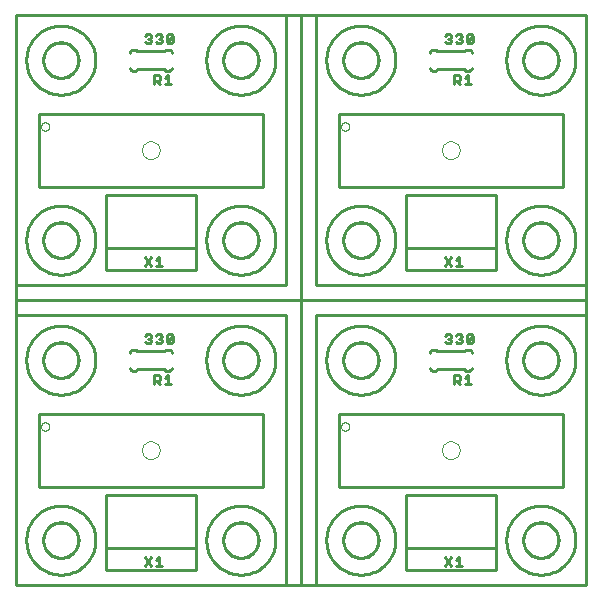
<source format=gto>
G75*
G70*
%OFA0B0*%
%FSLAX24Y24*%
%IPPOS*%
%LPD*%
%AMOC8*
5,1,8,0,0,1.08239X$1,22.5*
%
%ADD10C,0.0100*%
%ADD11C,0.0000*%
D10*
X000151Y000151D02*
X009151Y000151D01*
X010151Y000151D01*
X019151Y000151D01*
X019151Y009151D01*
X019151Y010151D01*
X010151Y010151D01*
X010151Y019151D01*
X009151Y019151D01*
X009151Y010151D01*
X000151Y010151D01*
X000151Y009151D01*
X000151Y000151D01*
X001060Y001651D02*
X001062Y001699D01*
X001068Y001747D01*
X001078Y001794D01*
X001091Y001840D01*
X001109Y001885D01*
X001129Y001929D01*
X001154Y001971D01*
X001182Y002010D01*
X001212Y002047D01*
X001246Y002081D01*
X001283Y002113D01*
X001321Y002142D01*
X001362Y002167D01*
X001405Y002189D01*
X001450Y002207D01*
X001496Y002221D01*
X001543Y002232D01*
X001591Y002239D01*
X001639Y002242D01*
X001687Y002241D01*
X001735Y002236D01*
X001783Y002227D01*
X001829Y002215D01*
X001874Y002198D01*
X001918Y002178D01*
X001960Y002155D01*
X002000Y002128D01*
X002038Y002098D01*
X002073Y002065D01*
X002105Y002029D01*
X002135Y001991D01*
X002161Y001950D01*
X002183Y001907D01*
X002203Y001863D01*
X002218Y001818D01*
X002230Y001771D01*
X002238Y001723D01*
X002242Y001675D01*
X002242Y001627D01*
X002238Y001579D01*
X002230Y001531D01*
X002218Y001484D01*
X002203Y001439D01*
X002183Y001395D01*
X002161Y001352D01*
X002135Y001311D01*
X002105Y001273D01*
X002073Y001237D01*
X002038Y001204D01*
X002000Y001174D01*
X001960Y001147D01*
X001918Y001124D01*
X001874Y001104D01*
X001829Y001087D01*
X001783Y001075D01*
X001735Y001066D01*
X001687Y001061D01*
X001639Y001060D01*
X001591Y001063D01*
X001543Y001070D01*
X001496Y001081D01*
X001450Y001095D01*
X001405Y001113D01*
X001362Y001135D01*
X001321Y001160D01*
X001283Y001189D01*
X001246Y001221D01*
X001212Y001255D01*
X001182Y001292D01*
X001154Y001331D01*
X001129Y001373D01*
X001109Y001417D01*
X001091Y001462D01*
X001078Y001508D01*
X001068Y001555D01*
X001062Y001603D01*
X001060Y001651D01*
X000501Y001651D02*
X000503Y001718D01*
X000509Y001786D01*
X000519Y001853D01*
X000533Y001919D01*
X000550Y001984D01*
X000572Y002048D01*
X000597Y002111D01*
X000626Y002172D01*
X000658Y002231D01*
X000694Y002288D01*
X000733Y002343D01*
X000775Y002396D01*
X000820Y002446D01*
X000868Y002493D01*
X000919Y002538D01*
X000972Y002579D01*
X001028Y002618D01*
X001086Y002653D01*
X001146Y002684D01*
X001207Y002712D01*
X001270Y002736D01*
X001334Y002757D01*
X001400Y002773D01*
X001466Y002786D01*
X001533Y002795D01*
X001600Y002800D01*
X001668Y002801D01*
X001735Y002798D01*
X001802Y002791D01*
X001869Y002780D01*
X001935Y002765D01*
X002000Y002747D01*
X002064Y002724D01*
X002126Y002698D01*
X002187Y002669D01*
X002245Y002635D01*
X002302Y002599D01*
X002357Y002559D01*
X002409Y002516D01*
X002458Y002470D01*
X002505Y002421D01*
X002549Y002370D01*
X002589Y002316D01*
X002627Y002260D01*
X002661Y002201D01*
X002691Y002141D01*
X002718Y002079D01*
X002742Y002016D01*
X002761Y001951D01*
X002777Y001886D01*
X002789Y001819D01*
X002797Y001752D01*
X002801Y001685D01*
X002801Y001617D01*
X002797Y001550D01*
X002789Y001483D01*
X002777Y001416D01*
X002761Y001351D01*
X002742Y001286D01*
X002718Y001223D01*
X002691Y001161D01*
X002661Y001101D01*
X002627Y001042D01*
X002589Y000986D01*
X002549Y000932D01*
X002505Y000881D01*
X002458Y000832D01*
X002409Y000786D01*
X002357Y000743D01*
X002302Y000703D01*
X002245Y000667D01*
X002187Y000633D01*
X002126Y000604D01*
X002064Y000578D01*
X002000Y000555D01*
X001935Y000537D01*
X001869Y000522D01*
X001802Y000511D01*
X001735Y000504D01*
X001668Y000501D01*
X001600Y000502D01*
X001533Y000507D01*
X001466Y000516D01*
X001400Y000529D01*
X001334Y000545D01*
X001270Y000566D01*
X001207Y000590D01*
X001146Y000618D01*
X001086Y000649D01*
X001028Y000684D01*
X000972Y000723D01*
X000919Y000764D01*
X000868Y000809D01*
X000820Y000856D01*
X000775Y000906D01*
X000733Y000959D01*
X000694Y001014D01*
X000658Y001071D01*
X000626Y001130D01*
X000597Y001191D01*
X000572Y001254D01*
X000550Y001318D01*
X000533Y001383D01*
X000519Y001449D01*
X000509Y001516D01*
X000503Y001584D01*
X000501Y001651D01*
X000911Y003431D02*
X000911Y005872D01*
X008391Y005872D01*
X008391Y003431D01*
X000911Y003431D01*
X003151Y003151D02*
X003151Y001401D01*
X006151Y001401D01*
X006151Y000651D01*
X003151Y000651D01*
X003151Y001401D01*
X004465Y001101D02*
X004665Y000801D01*
X004833Y000801D02*
X005033Y000801D01*
X004933Y000801D02*
X004933Y001101D01*
X004833Y001001D01*
X004665Y001101D02*
X004465Y000801D01*
X006151Y001401D02*
X006151Y003151D01*
X003151Y003151D01*
X004773Y006851D02*
X004773Y007141D01*
X004918Y007141D01*
X004966Y007093D01*
X004966Y006996D01*
X004918Y006948D01*
X004773Y006948D01*
X004870Y006948D02*
X004966Y006851D01*
X005132Y006851D02*
X005326Y006851D01*
X005229Y006851D02*
X005229Y007141D01*
X005132Y007045D01*
X005151Y007301D02*
X005101Y007351D01*
X004201Y007351D01*
X004151Y007301D01*
X004051Y007301D01*
X004034Y007303D01*
X004017Y007307D01*
X004001Y007314D01*
X003987Y007324D01*
X003974Y007337D01*
X003964Y007351D01*
X003957Y007367D01*
X003953Y007384D01*
X003951Y007401D01*
X003951Y007901D02*
X003953Y007918D01*
X003957Y007935D01*
X003964Y007951D01*
X003974Y007965D01*
X003987Y007978D01*
X004001Y007988D01*
X004017Y007995D01*
X004034Y007999D01*
X004051Y008001D01*
X004151Y008001D01*
X004201Y007951D01*
X005101Y007951D01*
X005151Y008001D01*
X005251Y008001D01*
X005268Y007999D01*
X005285Y007995D01*
X005301Y007988D01*
X005315Y007978D01*
X005328Y007965D01*
X005338Y007951D01*
X005345Y007935D01*
X005349Y007918D01*
X005351Y007901D01*
X005327Y008221D02*
X005230Y008221D01*
X005182Y008270D01*
X005376Y008463D01*
X005376Y008270D01*
X005327Y008221D01*
X005182Y008270D02*
X005182Y008463D01*
X005230Y008511D01*
X005327Y008511D01*
X005376Y008463D01*
X005016Y008463D02*
X005016Y008415D01*
X004968Y008366D01*
X005016Y008318D01*
X005016Y008270D01*
X004968Y008221D01*
X004871Y008221D01*
X004823Y008270D01*
X004920Y008366D02*
X004968Y008366D01*
X005016Y008463D02*
X004968Y008511D01*
X004871Y008511D01*
X004823Y008463D01*
X004657Y008463D02*
X004657Y008415D01*
X004609Y008366D01*
X004657Y008318D01*
X004657Y008270D01*
X004609Y008221D01*
X004512Y008221D01*
X004464Y008270D01*
X004561Y008366D02*
X004609Y008366D01*
X004657Y008463D02*
X004609Y008511D01*
X004512Y008511D01*
X004464Y008463D01*
X005351Y007401D02*
X005349Y007384D01*
X005345Y007367D01*
X005338Y007351D01*
X005328Y007337D01*
X005315Y007324D01*
X005301Y007314D01*
X005285Y007307D01*
X005268Y007303D01*
X005251Y007301D01*
X005151Y007301D01*
X007060Y007651D02*
X007062Y007699D01*
X007068Y007747D01*
X007078Y007794D01*
X007091Y007840D01*
X007109Y007885D01*
X007129Y007929D01*
X007154Y007971D01*
X007182Y008010D01*
X007212Y008047D01*
X007246Y008081D01*
X007283Y008113D01*
X007321Y008142D01*
X007362Y008167D01*
X007405Y008189D01*
X007450Y008207D01*
X007496Y008221D01*
X007543Y008232D01*
X007591Y008239D01*
X007639Y008242D01*
X007687Y008241D01*
X007735Y008236D01*
X007783Y008227D01*
X007829Y008215D01*
X007874Y008198D01*
X007918Y008178D01*
X007960Y008155D01*
X008000Y008128D01*
X008038Y008098D01*
X008073Y008065D01*
X008105Y008029D01*
X008135Y007991D01*
X008161Y007950D01*
X008183Y007907D01*
X008203Y007863D01*
X008218Y007818D01*
X008230Y007771D01*
X008238Y007723D01*
X008242Y007675D01*
X008242Y007627D01*
X008238Y007579D01*
X008230Y007531D01*
X008218Y007484D01*
X008203Y007439D01*
X008183Y007395D01*
X008161Y007352D01*
X008135Y007311D01*
X008105Y007273D01*
X008073Y007237D01*
X008038Y007204D01*
X008000Y007174D01*
X007960Y007147D01*
X007918Y007124D01*
X007874Y007104D01*
X007829Y007087D01*
X007783Y007075D01*
X007735Y007066D01*
X007687Y007061D01*
X007639Y007060D01*
X007591Y007063D01*
X007543Y007070D01*
X007496Y007081D01*
X007450Y007095D01*
X007405Y007113D01*
X007362Y007135D01*
X007321Y007160D01*
X007283Y007189D01*
X007246Y007221D01*
X007212Y007255D01*
X007182Y007292D01*
X007154Y007331D01*
X007129Y007373D01*
X007109Y007417D01*
X007091Y007462D01*
X007078Y007508D01*
X007068Y007555D01*
X007062Y007603D01*
X007060Y007651D01*
X006501Y007651D02*
X006503Y007718D01*
X006509Y007786D01*
X006519Y007853D01*
X006533Y007919D01*
X006550Y007984D01*
X006572Y008048D01*
X006597Y008111D01*
X006626Y008172D01*
X006658Y008231D01*
X006694Y008288D01*
X006733Y008343D01*
X006775Y008396D01*
X006820Y008446D01*
X006868Y008493D01*
X006919Y008538D01*
X006972Y008579D01*
X007028Y008618D01*
X007086Y008653D01*
X007146Y008684D01*
X007207Y008712D01*
X007270Y008736D01*
X007334Y008757D01*
X007400Y008773D01*
X007466Y008786D01*
X007533Y008795D01*
X007600Y008800D01*
X007668Y008801D01*
X007735Y008798D01*
X007802Y008791D01*
X007869Y008780D01*
X007935Y008765D01*
X008000Y008747D01*
X008064Y008724D01*
X008126Y008698D01*
X008187Y008669D01*
X008245Y008635D01*
X008302Y008599D01*
X008357Y008559D01*
X008409Y008516D01*
X008458Y008470D01*
X008505Y008421D01*
X008549Y008370D01*
X008589Y008316D01*
X008627Y008260D01*
X008661Y008201D01*
X008691Y008141D01*
X008718Y008079D01*
X008742Y008016D01*
X008761Y007951D01*
X008777Y007886D01*
X008789Y007819D01*
X008797Y007752D01*
X008801Y007685D01*
X008801Y007617D01*
X008797Y007550D01*
X008789Y007483D01*
X008777Y007416D01*
X008761Y007351D01*
X008742Y007286D01*
X008718Y007223D01*
X008691Y007161D01*
X008661Y007101D01*
X008627Y007042D01*
X008589Y006986D01*
X008549Y006932D01*
X008505Y006881D01*
X008458Y006832D01*
X008409Y006786D01*
X008357Y006743D01*
X008302Y006703D01*
X008245Y006667D01*
X008187Y006633D01*
X008126Y006604D01*
X008064Y006578D01*
X008000Y006555D01*
X007935Y006537D01*
X007869Y006522D01*
X007802Y006511D01*
X007735Y006504D01*
X007668Y006501D01*
X007600Y006502D01*
X007533Y006507D01*
X007466Y006516D01*
X007400Y006529D01*
X007334Y006545D01*
X007270Y006566D01*
X007207Y006590D01*
X007146Y006618D01*
X007086Y006649D01*
X007028Y006684D01*
X006972Y006723D01*
X006919Y006764D01*
X006868Y006809D01*
X006820Y006856D01*
X006775Y006906D01*
X006733Y006959D01*
X006694Y007014D01*
X006658Y007071D01*
X006626Y007130D01*
X006597Y007191D01*
X006572Y007254D01*
X006550Y007318D01*
X006533Y007383D01*
X006519Y007449D01*
X006509Y007516D01*
X006503Y007584D01*
X006501Y007651D01*
X009151Y009151D02*
X000151Y009151D01*
X000151Y009651D02*
X019151Y009651D01*
X019151Y009151D02*
X010151Y009151D01*
X010151Y000151D01*
X009651Y000151D02*
X009651Y019151D01*
X009151Y019151D02*
X000151Y019151D01*
X000151Y010151D01*
X001060Y011651D02*
X001062Y011699D01*
X001068Y011747D01*
X001078Y011794D01*
X001091Y011840D01*
X001109Y011885D01*
X001129Y011929D01*
X001154Y011971D01*
X001182Y012010D01*
X001212Y012047D01*
X001246Y012081D01*
X001283Y012113D01*
X001321Y012142D01*
X001362Y012167D01*
X001405Y012189D01*
X001450Y012207D01*
X001496Y012221D01*
X001543Y012232D01*
X001591Y012239D01*
X001639Y012242D01*
X001687Y012241D01*
X001735Y012236D01*
X001783Y012227D01*
X001829Y012215D01*
X001874Y012198D01*
X001918Y012178D01*
X001960Y012155D01*
X002000Y012128D01*
X002038Y012098D01*
X002073Y012065D01*
X002105Y012029D01*
X002135Y011991D01*
X002161Y011950D01*
X002183Y011907D01*
X002203Y011863D01*
X002218Y011818D01*
X002230Y011771D01*
X002238Y011723D01*
X002242Y011675D01*
X002242Y011627D01*
X002238Y011579D01*
X002230Y011531D01*
X002218Y011484D01*
X002203Y011439D01*
X002183Y011395D01*
X002161Y011352D01*
X002135Y011311D01*
X002105Y011273D01*
X002073Y011237D01*
X002038Y011204D01*
X002000Y011174D01*
X001960Y011147D01*
X001918Y011124D01*
X001874Y011104D01*
X001829Y011087D01*
X001783Y011075D01*
X001735Y011066D01*
X001687Y011061D01*
X001639Y011060D01*
X001591Y011063D01*
X001543Y011070D01*
X001496Y011081D01*
X001450Y011095D01*
X001405Y011113D01*
X001362Y011135D01*
X001321Y011160D01*
X001283Y011189D01*
X001246Y011221D01*
X001212Y011255D01*
X001182Y011292D01*
X001154Y011331D01*
X001129Y011373D01*
X001109Y011417D01*
X001091Y011462D01*
X001078Y011508D01*
X001068Y011555D01*
X001062Y011603D01*
X001060Y011651D01*
X000501Y011651D02*
X000503Y011718D01*
X000509Y011786D01*
X000519Y011853D01*
X000533Y011919D01*
X000550Y011984D01*
X000572Y012048D01*
X000597Y012111D01*
X000626Y012172D01*
X000658Y012231D01*
X000694Y012288D01*
X000733Y012343D01*
X000775Y012396D01*
X000820Y012446D01*
X000868Y012493D01*
X000919Y012538D01*
X000972Y012579D01*
X001028Y012618D01*
X001086Y012653D01*
X001146Y012684D01*
X001207Y012712D01*
X001270Y012736D01*
X001334Y012757D01*
X001400Y012773D01*
X001466Y012786D01*
X001533Y012795D01*
X001600Y012800D01*
X001668Y012801D01*
X001735Y012798D01*
X001802Y012791D01*
X001869Y012780D01*
X001935Y012765D01*
X002000Y012747D01*
X002064Y012724D01*
X002126Y012698D01*
X002187Y012669D01*
X002245Y012635D01*
X002302Y012599D01*
X002357Y012559D01*
X002409Y012516D01*
X002458Y012470D01*
X002505Y012421D01*
X002549Y012370D01*
X002589Y012316D01*
X002627Y012260D01*
X002661Y012201D01*
X002691Y012141D01*
X002718Y012079D01*
X002742Y012016D01*
X002761Y011951D01*
X002777Y011886D01*
X002789Y011819D01*
X002797Y011752D01*
X002801Y011685D01*
X002801Y011617D01*
X002797Y011550D01*
X002789Y011483D01*
X002777Y011416D01*
X002761Y011351D01*
X002742Y011286D01*
X002718Y011223D01*
X002691Y011161D01*
X002661Y011101D01*
X002627Y011042D01*
X002589Y010986D01*
X002549Y010932D01*
X002505Y010881D01*
X002458Y010832D01*
X002409Y010786D01*
X002357Y010743D01*
X002302Y010703D01*
X002245Y010667D01*
X002187Y010633D01*
X002126Y010604D01*
X002064Y010578D01*
X002000Y010555D01*
X001935Y010537D01*
X001869Y010522D01*
X001802Y010511D01*
X001735Y010504D01*
X001668Y010501D01*
X001600Y010502D01*
X001533Y010507D01*
X001466Y010516D01*
X001400Y010529D01*
X001334Y010545D01*
X001270Y010566D01*
X001207Y010590D01*
X001146Y010618D01*
X001086Y010649D01*
X001028Y010684D01*
X000972Y010723D01*
X000919Y010764D01*
X000868Y010809D01*
X000820Y010856D01*
X000775Y010906D01*
X000733Y010959D01*
X000694Y011014D01*
X000658Y011071D01*
X000626Y011130D01*
X000597Y011191D01*
X000572Y011254D01*
X000550Y011318D01*
X000533Y011383D01*
X000519Y011449D01*
X000509Y011516D01*
X000503Y011584D01*
X000501Y011651D01*
X000911Y013431D02*
X000911Y015872D01*
X008391Y015872D01*
X008391Y013431D01*
X000911Y013431D01*
X003151Y013151D02*
X003151Y011401D01*
X006151Y011401D01*
X006151Y010651D01*
X003151Y010651D01*
X003151Y011401D01*
X004465Y011101D02*
X004665Y010801D01*
X004833Y010801D02*
X005033Y010801D01*
X004933Y010801D02*
X004933Y011101D01*
X004833Y011001D01*
X004665Y011101D02*
X004465Y010801D01*
X006151Y011401D02*
X006151Y013151D01*
X003151Y013151D01*
X004773Y016851D02*
X004773Y017141D01*
X004918Y017141D01*
X004966Y017093D01*
X004966Y016996D01*
X004918Y016948D01*
X004773Y016948D01*
X004870Y016948D02*
X004966Y016851D01*
X005132Y016851D02*
X005326Y016851D01*
X005229Y016851D02*
X005229Y017141D01*
X005132Y017045D01*
X005151Y017301D02*
X005101Y017351D01*
X004201Y017351D01*
X004151Y017301D01*
X004051Y017301D01*
X004034Y017303D01*
X004017Y017307D01*
X004001Y017314D01*
X003987Y017324D01*
X003974Y017337D01*
X003964Y017351D01*
X003957Y017367D01*
X003953Y017384D01*
X003951Y017401D01*
X003951Y017901D02*
X003953Y017918D01*
X003957Y017935D01*
X003964Y017951D01*
X003974Y017965D01*
X003987Y017978D01*
X004001Y017988D01*
X004017Y017995D01*
X004034Y017999D01*
X004051Y018001D01*
X004151Y018001D01*
X004201Y017951D01*
X005101Y017951D01*
X005151Y018001D01*
X005251Y018001D01*
X005268Y017999D01*
X005285Y017995D01*
X005301Y017988D01*
X005315Y017978D01*
X005328Y017965D01*
X005338Y017951D01*
X005345Y017935D01*
X005349Y017918D01*
X005351Y017901D01*
X005327Y018221D02*
X005230Y018221D01*
X005182Y018270D01*
X005376Y018463D01*
X005376Y018270D01*
X005327Y018221D01*
X005182Y018270D02*
X005182Y018463D01*
X005230Y018511D01*
X005327Y018511D01*
X005376Y018463D01*
X005016Y018463D02*
X005016Y018415D01*
X004968Y018366D01*
X005016Y018318D01*
X005016Y018270D01*
X004968Y018221D01*
X004871Y018221D01*
X004823Y018270D01*
X004920Y018366D02*
X004968Y018366D01*
X005016Y018463D02*
X004968Y018511D01*
X004871Y018511D01*
X004823Y018463D01*
X004657Y018463D02*
X004657Y018415D01*
X004609Y018366D01*
X004657Y018318D01*
X004657Y018270D01*
X004609Y018221D01*
X004512Y018221D01*
X004464Y018270D01*
X004561Y018366D02*
X004609Y018366D01*
X004657Y018463D02*
X004609Y018511D01*
X004512Y018511D01*
X004464Y018463D01*
X005351Y017401D02*
X005349Y017384D01*
X005345Y017367D01*
X005338Y017351D01*
X005328Y017337D01*
X005315Y017324D01*
X005301Y017314D01*
X005285Y017307D01*
X005268Y017303D01*
X005251Y017301D01*
X005151Y017301D01*
X007060Y017651D02*
X007062Y017699D01*
X007068Y017747D01*
X007078Y017794D01*
X007091Y017840D01*
X007109Y017885D01*
X007129Y017929D01*
X007154Y017971D01*
X007182Y018010D01*
X007212Y018047D01*
X007246Y018081D01*
X007283Y018113D01*
X007321Y018142D01*
X007362Y018167D01*
X007405Y018189D01*
X007450Y018207D01*
X007496Y018221D01*
X007543Y018232D01*
X007591Y018239D01*
X007639Y018242D01*
X007687Y018241D01*
X007735Y018236D01*
X007783Y018227D01*
X007829Y018215D01*
X007874Y018198D01*
X007918Y018178D01*
X007960Y018155D01*
X008000Y018128D01*
X008038Y018098D01*
X008073Y018065D01*
X008105Y018029D01*
X008135Y017991D01*
X008161Y017950D01*
X008183Y017907D01*
X008203Y017863D01*
X008218Y017818D01*
X008230Y017771D01*
X008238Y017723D01*
X008242Y017675D01*
X008242Y017627D01*
X008238Y017579D01*
X008230Y017531D01*
X008218Y017484D01*
X008203Y017439D01*
X008183Y017395D01*
X008161Y017352D01*
X008135Y017311D01*
X008105Y017273D01*
X008073Y017237D01*
X008038Y017204D01*
X008000Y017174D01*
X007960Y017147D01*
X007918Y017124D01*
X007874Y017104D01*
X007829Y017087D01*
X007783Y017075D01*
X007735Y017066D01*
X007687Y017061D01*
X007639Y017060D01*
X007591Y017063D01*
X007543Y017070D01*
X007496Y017081D01*
X007450Y017095D01*
X007405Y017113D01*
X007362Y017135D01*
X007321Y017160D01*
X007283Y017189D01*
X007246Y017221D01*
X007212Y017255D01*
X007182Y017292D01*
X007154Y017331D01*
X007129Y017373D01*
X007109Y017417D01*
X007091Y017462D01*
X007078Y017508D01*
X007068Y017555D01*
X007062Y017603D01*
X007060Y017651D01*
X006501Y017651D02*
X006503Y017718D01*
X006509Y017786D01*
X006519Y017853D01*
X006533Y017919D01*
X006550Y017984D01*
X006572Y018048D01*
X006597Y018111D01*
X006626Y018172D01*
X006658Y018231D01*
X006694Y018288D01*
X006733Y018343D01*
X006775Y018396D01*
X006820Y018446D01*
X006868Y018493D01*
X006919Y018538D01*
X006972Y018579D01*
X007028Y018618D01*
X007086Y018653D01*
X007146Y018684D01*
X007207Y018712D01*
X007270Y018736D01*
X007334Y018757D01*
X007400Y018773D01*
X007466Y018786D01*
X007533Y018795D01*
X007600Y018800D01*
X007668Y018801D01*
X007735Y018798D01*
X007802Y018791D01*
X007869Y018780D01*
X007935Y018765D01*
X008000Y018747D01*
X008064Y018724D01*
X008126Y018698D01*
X008187Y018669D01*
X008245Y018635D01*
X008302Y018599D01*
X008357Y018559D01*
X008409Y018516D01*
X008458Y018470D01*
X008505Y018421D01*
X008549Y018370D01*
X008589Y018316D01*
X008627Y018260D01*
X008661Y018201D01*
X008691Y018141D01*
X008718Y018079D01*
X008742Y018016D01*
X008761Y017951D01*
X008777Y017886D01*
X008789Y017819D01*
X008797Y017752D01*
X008801Y017685D01*
X008801Y017617D01*
X008797Y017550D01*
X008789Y017483D01*
X008777Y017416D01*
X008761Y017351D01*
X008742Y017286D01*
X008718Y017223D01*
X008691Y017161D01*
X008661Y017101D01*
X008627Y017042D01*
X008589Y016986D01*
X008549Y016932D01*
X008505Y016881D01*
X008458Y016832D01*
X008409Y016786D01*
X008357Y016743D01*
X008302Y016703D01*
X008245Y016667D01*
X008187Y016633D01*
X008126Y016604D01*
X008064Y016578D01*
X008000Y016555D01*
X007935Y016537D01*
X007869Y016522D01*
X007802Y016511D01*
X007735Y016504D01*
X007668Y016501D01*
X007600Y016502D01*
X007533Y016507D01*
X007466Y016516D01*
X007400Y016529D01*
X007334Y016545D01*
X007270Y016566D01*
X007207Y016590D01*
X007146Y016618D01*
X007086Y016649D01*
X007028Y016684D01*
X006972Y016723D01*
X006919Y016764D01*
X006868Y016809D01*
X006820Y016856D01*
X006775Y016906D01*
X006733Y016959D01*
X006694Y017014D01*
X006658Y017071D01*
X006626Y017130D01*
X006597Y017191D01*
X006572Y017254D01*
X006550Y017318D01*
X006533Y017383D01*
X006519Y017449D01*
X006509Y017516D01*
X006503Y017584D01*
X006501Y017651D01*
X010151Y019151D02*
X019151Y019151D01*
X019151Y010151D01*
X017060Y011651D02*
X017062Y011699D01*
X017068Y011747D01*
X017078Y011794D01*
X017091Y011840D01*
X017109Y011885D01*
X017129Y011929D01*
X017154Y011971D01*
X017182Y012010D01*
X017212Y012047D01*
X017246Y012081D01*
X017283Y012113D01*
X017321Y012142D01*
X017362Y012167D01*
X017405Y012189D01*
X017450Y012207D01*
X017496Y012221D01*
X017543Y012232D01*
X017591Y012239D01*
X017639Y012242D01*
X017687Y012241D01*
X017735Y012236D01*
X017783Y012227D01*
X017829Y012215D01*
X017874Y012198D01*
X017918Y012178D01*
X017960Y012155D01*
X018000Y012128D01*
X018038Y012098D01*
X018073Y012065D01*
X018105Y012029D01*
X018135Y011991D01*
X018161Y011950D01*
X018183Y011907D01*
X018203Y011863D01*
X018218Y011818D01*
X018230Y011771D01*
X018238Y011723D01*
X018242Y011675D01*
X018242Y011627D01*
X018238Y011579D01*
X018230Y011531D01*
X018218Y011484D01*
X018203Y011439D01*
X018183Y011395D01*
X018161Y011352D01*
X018135Y011311D01*
X018105Y011273D01*
X018073Y011237D01*
X018038Y011204D01*
X018000Y011174D01*
X017960Y011147D01*
X017918Y011124D01*
X017874Y011104D01*
X017829Y011087D01*
X017783Y011075D01*
X017735Y011066D01*
X017687Y011061D01*
X017639Y011060D01*
X017591Y011063D01*
X017543Y011070D01*
X017496Y011081D01*
X017450Y011095D01*
X017405Y011113D01*
X017362Y011135D01*
X017321Y011160D01*
X017283Y011189D01*
X017246Y011221D01*
X017212Y011255D01*
X017182Y011292D01*
X017154Y011331D01*
X017129Y011373D01*
X017109Y011417D01*
X017091Y011462D01*
X017078Y011508D01*
X017068Y011555D01*
X017062Y011603D01*
X017060Y011651D01*
X016501Y011651D02*
X016503Y011718D01*
X016509Y011786D01*
X016519Y011853D01*
X016533Y011919D01*
X016550Y011984D01*
X016572Y012048D01*
X016597Y012111D01*
X016626Y012172D01*
X016658Y012231D01*
X016694Y012288D01*
X016733Y012343D01*
X016775Y012396D01*
X016820Y012446D01*
X016868Y012493D01*
X016919Y012538D01*
X016972Y012579D01*
X017028Y012618D01*
X017086Y012653D01*
X017146Y012684D01*
X017207Y012712D01*
X017270Y012736D01*
X017334Y012757D01*
X017400Y012773D01*
X017466Y012786D01*
X017533Y012795D01*
X017600Y012800D01*
X017668Y012801D01*
X017735Y012798D01*
X017802Y012791D01*
X017869Y012780D01*
X017935Y012765D01*
X018000Y012747D01*
X018064Y012724D01*
X018126Y012698D01*
X018187Y012669D01*
X018245Y012635D01*
X018302Y012599D01*
X018357Y012559D01*
X018409Y012516D01*
X018458Y012470D01*
X018505Y012421D01*
X018549Y012370D01*
X018589Y012316D01*
X018627Y012260D01*
X018661Y012201D01*
X018691Y012141D01*
X018718Y012079D01*
X018742Y012016D01*
X018761Y011951D01*
X018777Y011886D01*
X018789Y011819D01*
X018797Y011752D01*
X018801Y011685D01*
X018801Y011617D01*
X018797Y011550D01*
X018789Y011483D01*
X018777Y011416D01*
X018761Y011351D01*
X018742Y011286D01*
X018718Y011223D01*
X018691Y011161D01*
X018661Y011101D01*
X018627Y011042D01*
X018589Y010986D01*
X018549Y010932D01*
X018505Y010881D01*
X018458Y010832D01*
X018409Y010786D01*
X018357Y010743D01*
X018302Y010703D01*
X018245Y010667D01*
X018187Y010633D01*
X018126Y010604D01*
X018064Y010578D01*
X018000Y010555D01*
X017935Y010537D01*
X017869Y010522D01*
X017802Y010511D01*
X017735Y010504D01*
X017668Y010501D01*
X017600Y010502D01*
X017533Y010507D01*
X017466Y010516D01*
X017400Y010529D01*
X017334Y010545D01*
X017270Y010566D01*
X017207Y010590D01*
X017146Y010618D01*
X017086Y010649D01*
X017028Y010684D01*
X016972Y010723D01*
X016919Y010764D01*
X016868Y010809D01*
X016820Y010856D01*
X016775Y010906D01*
X016733Y010959D01*
X016694Y011014D01*
X016658Y011071D01*
X016626Y011130D01*
X016597Y011191D01*
X016572Y011254D01*
X016550Y011318D01*
X016533Y011383D01*
X016519Y011449D01*
X016509Y011516D01*
X016503Y011584D01*
X016501Y011651D01*
X016151Y011401D02*
X013151Y011401D01*
X013151Y013151D01*
X016151Y013151D01*
X016151Y011401D01*
X016151Y010651D01*
X013151Y010651D01*
X013151Y011401D01*
X014465Y011101D02*
X014665Y010801D01*
X014833Y010801D02*
X015033Y010801D01*
X014933Y010801D02*
X014933Y011101D01*
X014833Y011001D01*
X014665Y011101D02*
X014465Y010801D01*
X014512Y008511D02*
X014609Y008511D01*
X014657Y008463D01*
X014657Y008415D01*
X014609Y008366D01*
X014657Y008318D01*
X014657Y008270D01*
X014609Y008221D01*
X014512Y008221D01*
X014464Y008270D01*
X014561Y008366D02*
X014609Y008366D01*
X014464Y008463D02*
X014512Y008511D01*
X014823Y008463D02*
X014871Y008511D01*
X014968Y008511D01*
X015016Y008463D01*
X015016Y008415D01*
X014968Y008366D01*
X015016Y008318D01*
X015016Y008270D01*
X014968Y008221D01*
X014871Y008221D01*
X014823Y008270D01*
X014920Y008366D02*
X014968Y008366D01*
X015182Y008270D02*
X015376Y008463D01*
X015376Y008270D01*
X015327Y008221D01*
X015230Y008221D01*
X015182Y008270D01*
X015182Y008463D01*
X015230Y008511D01*
X015327Y008511D01*
X015376Y008463D01*
X015251Y008001D02*
X015151Y008001D01*
X015101Y007951D01*
X014201Y007951D01*
X014151Y008001D01*
X014051Y008001D01*
X014034Y007999D01*
X014017Y007995D01*
X014001Y007988D01*
X013987Y007978D01*
X013974Y007965D01*
X013964Y007951D01*
X013957Y007935D01*
X013953Y007918D01*
X013951Y007901D01*
X013951Y007401D02*
X013953Y007384D01*
X013957Y007367D01*
X013964Y007351D01*
X013974Y007337D01*
X013987Y007324D01*
X014001Y007314D01*
X014017Y007307D01*
X014034Y007303D01*
X014051Y007301D01*
X014151Y007301D01*
X014201Y007351D01*
X015101Y007351D01*
X015151Y007301D01*
X015251Y007301D01*
X015268Y007303D01*
X015285Y007307D01*
X015301Y007314D01*
X015315Y007324D01*
X015328Y007337D01*
X015338Y007351D01*
X015345Y007367D01*
X015349Y007384D01*
X015351Y007401D01*
X015229Y007141D02*
X015229Y006851D01*
X015132Y006851D02*
X015326Y006851D01*
X015132Y007045D02*
X015229Y007141D01*
X014966Y007093D02*
X014966Y006996D01*
X014918Y006948D01*
X014773Y006948D01*
X014870Y006948D02*
X014966Y006851D01*
X014773Y006851D02*
X014773Y007141D01*
X014918Y007141D01*
X014966Y007093D01*
X015351Y007901D02*
X015349Y007918D01*
X015345Y007935D01*
X015338Y007951D01*
X015328Y007965D01*
X015315Y007978D01*
X015301Y007988D01*
X015285Y007995D01*
X015268Y007999D01*
X015251Y008001D01*
X017060Y007651D02*
X017062Y007699D01*
X017068Y007747D01*
X017078Y007794D01*
X017091Y007840D01*
X017109Y007885D01*
X017129Y007929D01*
X017154Y007971D01*
X017182Y008010D01*
X017212Y008047D01*
X017246Y008081D01*
X017283Y008113D01*
X017321Y008142D01*
X017362Y008167D01*
X017405Y008189D01*
X017450Y008207D01*
X017496Y008221D01*
X017543Y008232D01*
X017591Y008239D01*
X017639Y008242D01*
X017687Y008241D01*
X017735Y008236D01*
X017783Y008227D01*
X017829Y008215D01*
X017874Y008198D01*
X017918Y008178D01*
X017960Y008155D01*
X018000Y008128D01*
X018038Y008098D01*
X018073Y008065D01*
X018105Y008029D01*
X018135Y007991D01*
X018161Y007950D01*
X018183Y007907D01*
X018203Y007863D01*
X018218Y007818D01*
X018230Y007771D01*
X018238Y007723D01*
X018242Y007675D01*
X018242Y007627D01*
X018238Y007579D01*
X018230Y007531D01*
X018218Y007484D01*
X018203Y007439D01*
X018183Y007395D01*
X018161Y007352D01*
X018135Y007311D01*
X018105Y007273D01*
X018073Y007237D01*
X018038Y007204D01*
X018000Y007174D01*
X017960Y007147D01*
X017918Y007124D01*
X017874Y007104D01*
X017829Y007087D01*
X017783Y007075D01*
X017735Y007066D01*
X017687Y007061D01*
X017639Y007060D01*
X017591Y007063D01*
X017543Y007070D01*
X017496Y007081D01*
X017450Y007095D01*
X017405Y007113D01*
X017362Y007135D01*
X017321Y007160D01*
X017283Y007189D01*
X017246Y007221D01*
X017212Y007255D01*
X017182Y007292D01*
X017154Y007331D01*
X017129Y007373D01*
X017109Y007417D01*
X017091Y007462D01*
X017078Y007508D01*
X017068Y007555D01*
X017062Y007603D01*
X017060Y007651D01*
X016501Y007651D02*
X016503Y007718D01*
X016509Y007786D01*
X016519Y007853D01*
X016533Y007919D01*
X016550Y007984D01*
X016572Y008048D01*
X016597Y008111D01*
X016626Y008172D01*
X016658Y008231D01*
X016694Y008288D01*
X016733Y008343D01*
X016775Y008396D01*
X016820Y008446D01*
X016868Y008493D01*
X016919Y008538D01*
X016972Y008579D01*
X017028Y008618D01*
X017086Y008653D01*
X017146Y008684D01*
X017207Y008712D01*
X017270Y008736D01*
X017334Y008757D01*
X017400Y008773D01*
X017466Y008786D01*
X017533Y008795D01*
X017600Y008800D01*
X017668Y008801D01*
X017735Y008798D01*
X017802Y008791D01*
X017869Y008780D01*
X017935Y008765D01*
X018000Y008747D01*
X018064Y008724D01*
X018126Y008698D01*
X018187Y008669D01*
X018245Y008635D01*
X018302Y008599D01*
X018357Y008559D01*
X018409Y008516D01*
X018458Y008470D01*
X018505Y008421D01*
X018549Y008370D01*
X018589Y008316D01*
X018627Y008260D01*
X018661Y008201D01*
X018691Y008141D01*
X018718Y008079D01*
X018742Y008016D01*
X018761Y007951D01*
X018777Y007886D01*
X018789Y007819D01*
X018797Y007752D01*
X018801Y007685D01*
X018801Y007617D01*
X018797Y007550D01*
X018789Y007483D01*
X018777Y007416D01*
X018761Y007351D01*
X018742Y007286D01*
X018718Y007223D01*
X018691Y007161D01*
X018661Y007101D01*
X018627Y007042D01*
X018589Y006986D01*
X018549Y006932D01*
X018505Y006881D01*
X018458Y006832D01*
X018409Y006786D01*
X018357Y006743D01*
X018302Y006703D01*
X018245Y006667D01*
X018187Y006633D01*
X018126Y006604D01*
X018064Y006578D01*
X018000Y006555D01*
X017935Y006537D01*
X017869Y006522D01*
X017802Y006511D01*
X017735Y006504D01*
X017668Y006501D01*
X017600Y006502D01*
X017533Y006507D01*
X017466Y006516D01*
X017400Y006529D01*
X017334Y006545D01*
X017270Y006566D01*
X017207Y006590D01*
X017146Y006618D01*
X017086Y006649D01*
X017028Y006684D01*
X016972Y006723D01*
X016919Y006764D01*
X016868Y006809D01*
X016820Y006856D01*
X016775Y006906D01*
X016733Y006959D01*
X016694Y007014D01*
X016658Y007071D01*
X016626Y007130D01*
X016597Y007191D01*
X016572Y007254D01*
X016550Y007318D01*
X016533Y007383D01*
X016519Y007449D01*
X016509Y007516D01*
X016503Y007584D01*
X016501Y007651D01*
X018391Y005872D02*
X018391Y003431D01*
X010911Y003431D01*
X010911Y005872D01*
X018391Y005872D01*
X016151Y003151D02*
X016151Y001401D01*
X013151Y001401D01*
X013151Y003151D01*
X016151Y003151D01*
X017060Y001651D02*
X017062Y001699D01*
X017068Y001747D01*
X017078Y001794D01*
X017091Y001840D01*
X017109Y001885D01*
X017129Y001929D01*
X017154Y001971D01*
X017182Y002010D01*
X017212Y002047D01*
X017246Y002081D01*
X017283Y002113D01*
X017321Y002142D01*
X017362Y002167D01*
X017405Y002189D01*
X017450Y002207D01*
X017496Y002221D01*
X017543Y002232D01*
X017591Y002239D01*
X017639Y002242D01*
X017687Y002241D01*
X017735Y002236D01*
X017783Y002227D01*
X017829Y002215D01*
X017874Y002198D01*
X017918Y002178D01*
X017960Y002155D01*
X018000Y002128D01*
X018038Y002098D01*
X018073Y002065D01*
X018105Y002029D01*
X018135Y001991D01*
X018161Y001950D01*
X018183Y001907D01*
X018203Y001863D01*
X018218Y001818D01*
X018230Y001771D01*
X018238Y001723D01*
X018242Y001675D01*
X018242Y001627D01*
X018238Y001579D01*
X018230Y001531D01*
X018218Y001484D01*
X018203Y001439D01*
X018183Y001395D01*
X018161Y001352D01*
X018135Y001311D01*
X018105Y001273D01*
X018073Y001237D01*
X018038Y001204D01*
X018000Y001174D01*
X017960Y001147D01*
X017918Y001124D01*
X017874Y001104D01*
X017829Y001087D01*
X017783Y001075D01*
X017735Y001066D01*
X017687Y001061D01*
X017639Y001060D01*
X017591Y001063D01*
X017543Y001070D01*
X017496Y001081D01*
X017450Y001095D01*
X017405Y001113D01*
X017362Y001135D01*
X017321Y001160D01*
X017283Y001189D01*
X017246Y001221D01*
X017212Y001255D01*
X017182Y001292D01*
X017154Y001331D01*
X017129Y001373D01*
X017109Y001417D01*
X017091Y001462D01*
X017078Y001508D01*
X017068Y001555D01*
X017062Y001603D01*
X017060Y001651D01*
X016501Y001651D02*
X016503Y001718D01*
X016509Y001786D01*
X016519Y001853D01*
X016533Y001919D01*
X016550Y001984D01*
X016572Y002048D01*
X016597Y002111D01*
X016626Y002172D01*
X016658Y002231D01*
X016694Y002288D01*
X016733Y002343D01*
X016775Y002396D01*
X016820Y002446D01*
X016868Y002493D01*
X016919Y002538D01*
X016972Y002579D01*
X017028Y002618D01*
X017086Y002653D01*
X017146Y002684D01*
X017207Y002712D01*
X017270Y002736D01*
X017334Y002757D01*
X017400Y002773D01*
X017466Y002786D01*
X017533Y002795D01*
X017600Y002800D01*
X017668Y002801D01*
X017735Y002798D01*
X017802Y002791D01*
X017869Y002780D01*
X017935Y002765D01*
X018000Y002747D01*
X018064Y002724D01*
X018126Y002698D01*
X018187Y002669D01*
X018245Y002635D01*
X018302Y002599D01*
X018357Y002559D01*
X018409Y002516D01*
X018458Y002470D01*
X018505Y002421D01*
X018549Y002370D01*
X018589Y002316D01*
X018627Y002260D01*
X018661Y002201D01*
X018691Y002141D01*
X018718Y002079D01*
X018742Y002016D01*
X018761Y001951D01*
X018777Y001886D01*
X018789Y001819D01*
X018797Y001752D01*
X018801Y001685D01*
X018801Y001617D01*
X018797Y001550D01*
X018789Y001483D01*
X018777Y001416D01*
X018761Y001351D01*
X018742Y001286D01*
X018718Y001223D01*
X018691Y001161D01*
X018661Y001101D01*
X018627Y001042D01*
X018589Y000986D01*
X018549Y000932D01*
X018505Y000881D01*
X018458Y000832D01*
X018409Y000786D01*
X018357Y000743D01*
X018302Y000703D01*
X018245Y000667D01*
X018187Y000633D01*
X018126Y000604D01*
X018064Y000578D01*
X018000Y000555D01*
X017935Y000537D01*
X017869Y000522D01*
X017802Y000511D01*
X017735Y000504D01*
X017668Y000501D01*
X017600Y000502D01*
X017533Y000507D01*
X017466Y000516D01*
X017400Y000529D01*
X017334Y000545D01*
X017270Y000566D01*
X017207Y000590D01*
X017146Y000618D01*
X017086Y000649D01*
X017028Y000684D01*
X016972Y000723D01*
X016919Y000764D01*
X016868Y000809D01*
X016820Y000856D01*
X016775Y000906D01*
X016733Y000959D01*
X016694Y001014D01*
X016658Y001071D01*
X016626Y001130D01*
X016597Y001191D01*
X016572Y001254D01*
X016550Y001318D01*
X016533Y001383D01*
X016519Y001449D01*
X016509Y001516D01*
X016503Y001584D01*
X016501Y001651D01*
X016151Y001401D02*
X016151Y000651D01*
X013151Y000651D01*
X013151Y001401D01*
X014465Y001101D02*
X014665Y000801D01*
X014833Y000801D02*
X015033Y000801D01*
X014933Y000801D02*
X014933Y001101D01*
X014833Y001001D01*
X014665Y001101D02*
X014465Y000801D01*
X011060Y001651D02*
X011062Y001699D01*
X011068Y001747D01*
X011078Y001794D01*
X011091Y001840D01*
X011109Y001885D01*
X011129Y001929D01*
X011154Y001971D01*
X011182Y002010D01*
X011212Y002047D01*
X011246Y002081D01*
X011283Y002113D01*
X011321Y002142D01*
X011362Y002167D01*
X011405Y002189D01*
X011450Y002207D01*
X011496Y002221D01*
X011543Y002232D01*
X011591Y002239D01*
X011639Y002242D01*
X011687Y002241D01*
X011735Y002236D01*
X011783Y002227D01*
X011829Y002215D01*
X011874Y002198D01*
X011918Y002178D01*
X011960Y002155D01*
X012000Y002128D01*
X012038Y002098D01*
X012073Y002065D01*
X012105Y002029D01*
X012135Y001991D01*
X012161Y001950D01*
X012183Y001907D01*
X012203Y001863D01*
X012218Y001818D01*
X012230Y001771D01*
X012238Y001723D01*
X012242Y001675D01*
X012242Y001627D01*
X012238Y001579D01*
X012230Y001531D01*
X012218Y001484D01*
X012203Y001439D01*
X012183Y001395D01*
X012161Y001352D01*
X012135Y001311D01*
X012105Y001273D01*
X012073Y001237D01*
X012038Y001204D01*
X012000Y001174D01*
X011960Y001147D01*
X011918Y001124D01*
X011874Y001104D01*
X011829Y001087D01*
X011783Y001075D01*
X011735Y001066D01*
X011687Y001061D01*
X011639Y001060D01*
X011591Y001063D01*
X011543Y001070D01*
X011496Y001081D01*
X011450Y001095D01*
X011405Y001113D01*
X011362Y001135D01*
X011321Y001160D01*
X011283Y001189D01*
X011246Y001221D01*
X011212Y001255D01*
X011182Y001292D01*
X011154Y001331D01*
X011129Y001373D01*
X011109Y001417D01*
X011091Y001462D01*
X011078Y001508D01*
X011068Y001555D01*
X011062Y001603D01*
X011060Y001651D01*
X010501Y001651D02*
X010503Y001718D01*
X010509Y001786D01*
X010519Y001853D01*
X010533Y001919D01*
X010550Y001984D01*
X010572Y002048D01*
X010597Y002111D01*
X010626Y002172D01*
X010658Y002231D01*
X010694Y002288D01*
X010733Y002343D01*
X010775Y002396D01*
X010820Y002446D01*
X010868Y002493D01*
X010919Y002538D01*
X010972Y002579D01*
X011028Y002618D01*
X011086Y002653D01*
X011146Y002684D01*
X011207Y002712D01*
X011270Y002736D01*
X011334Y002757D01*
X011400Y002773D01*
X011466Y002786D01*
X011533Y002795D01*
X011600Y002800D01*
X011668Y002801D01*
X011735Y002798D01*
X011802Y002791D01*
X011869Y002780D01*
X011935Y002765D01*
X012000Y002747D01*
X012064Y002724D01*
X012126Y002698D01*
X012187Y002669D01*
X012245Y002635D01*
X012302Y002599D01*
X012357Y002559D01*
X012409Y002516D01*
X012458Y002470D01*
X012505Y002421D01*
X012549Y002370D01*
X012589Y002316D01*
X012627Y002260D01*
X012661Y002201D01*
X012691Y002141D01*
X012718Y002079D01*
X012742Y002016D01*
X012761Y001951D01*
X012777Y001886D01*
X012789Y001819D01*
X012797Y001752D01*
X012801Y001685D01*
X012801Y001617D01*
X012797Y001550D01*
X012789Y001483D01*
X012777Y001416D01*
X012761Y001351D01*
X012742Y001286D01*
X012718Y001223D01*
X012691Y001161D01*
X012661Y001101D01*
X012627Y001042D01*
X012589Y000986D01*
X012549Y000932D01*
X012505Y000881D01*
X012458Y000832D01*
X012409Y000786D01*
X012357Y000743D01*
X012302Y000703D01*
X012245Y000667D01*
X012187Y000633D01*
X012126Y000604D01*
X012064Y000578D01*
X012000Y000555D01*
X011935Y000537D01*
X011869Y000522D01*
X011802Y000511D01*
X011735Y000504D01*
X011668Y000501D01*
X011600Y000502D01*
X011533Y000507D01*
X011466Y000516D01*
X011400Y000529D01*
X011334Y000545D01*
X011270Y000566D01*
X011207Y000590D01*
X011146Y000618D01*
X011086Y000649D01*
X011028Y000684D01*
X010972Y000723D01*
X010919Y000764D01*
X010868Y000809D01*
X010820Y000856D01*
X010775Y000906D01*
X010733Y000959D01*
X010694Y001014D01*
X010658Y001071D01*
X010626Y001130D01*
X010597Y001191D01*
X010572Y001254D01*
X010550Y001318D01*
X010533Y001383D01*
X010519Y001449D01*
X010509Y001516D01*
X010503Y001584D01*
X010501Y001651D01*
X009151Y000151D02*
X009151Y009151D01*
X007060Y011651D02*
X007062Y011699D01*
X007068Y011747D01*
X007078Y011794D01*
X007091Y011840D01*
X007109Y011885D01*
X007129Y011929D01*
X007154Y011971D01*
X007182Y012010D01*
X007212Y012047D01*
X007246Y012081D01*
X007283Y012113D01*
X007321Y012142D01*
X007362Y012167D01*
X007405Y012189D01*
X007450Y012207D01*
X007496Y012221D01*
X007543Y012232D01*
X007591Y012239D01*
X007639Y012242D01*
X007687Y012241D01*
X007735Y012236D01*
X007783Y012227D01*
X007829Y012215D01*
X007874Y012198D01*
X007918Y012178D01*
X007960Y012155D01*
X008000Y012128D01*
X008038Y012098D01*
X008073Y012065D01*
X008105Y012029D01*
X008135Y011991D01*
X008161Y011950D01*
X008183Y011907D01*
X008203Y011863D01*
X008218Y011818D01*
X008230Y011771D01*
X008238Y011723D01*
X008242Y011675D01*
X008242Y011627D01*
X008238Y011579D01*
X008230Y011531D01*
X008218Y011484D01*
X008203Y011439D01*
X008183Y011395D01*
X008161Y011352D01*
X008135Y011311D01*
X008105Y011273D01*
X008073Y011237D01*
X008038Y011204D01*
X008000Y011174D01*
X007960Y011147D01*
X007918Y011124D01*
X007874Y011104D01*
X007829Y011087D01*
X007783Y011075D01*
X007735Y011066D01*
X007687Y011061D01*
X007639Y011060D01*
X007591Y011063D01*
X007543Y011070D01*
X007496Y011081D01*
X007450Y011095D01*
X007405Y011113D01*
X007362Y011135D01*
X007321Y011160D01*
X007283Y011189D01*
X007246Y011221D01*
X007212Y011255D01*
X007182Y011292D01*
X007154Y011331D01*
X007129Y011373D01*
X007109Y011417D01*
X007091Y011462D01*
X007078Y011508D01*
X007068Y011555D01*
X007062Y011603D01*
X007060Y011651D01*
X006501Y011651D02*
X006503Y011718D01*
X006509Y011786D01*
X006519Y011853D01*
X006533Y011919D01*
X006550Y011984D01*
X006572Y012048D01*
X006597Y012111D01*
X006626Y012172D01*
X006658Y012231D01*
X006694Y012288D01*
X006733Y012343D01*
X006775Y012396D01*
X006820Y012446D01*
X006868Y012493D01*
X006919Y012538D01*
X006972Y012579D01*
X007028Y012618D01*
X007086Y012653D01*
X007146Y012684D01*
X007207Y012712D01*
X007270Y012736D01*
X007334Y012757D01*
X007400Y012773D01*
X007466Y012786D01*
X007533Y012795D01*
X007600Y012800D01*
X007668Y012801D01*
X007735Y012798D01*
X007802Y012791D01*
X007869Y012780D01*
X007935Y012765D01*
X008000Y012747D01*
X008064Y012724D01*
X008126Y012698D01*
X008187Y012669D01*
X008245Y012635D01*
X008302Y012599D01*
X008357Y012559D01*
X008409Y012516D01*
X008458Y012470D01*
X008505Y012421D01*
X008549Y012370D01*
X008589Y012316D01*
X008627Y012260D01*
X008661Y012201D01*
X008691Y012141D01*
X008718Y012079D01*
X008742Y012016D01*
X008761Y011951D01*
X008777Y011886D01*
X008789Y011819D01*
X008797Y011752D01*
X008801Y011685D01*
X008801Y011617D01*
X008797Y011550D01*
X008789Y011483D01*
X008777Y011416D01*
X008761Y011351D01*
X008742Y011286D01*
X008718Y011223D01*
X008691Y011161D01*
X008661Y011101D01*
X008627Y011042D01*
X008589Y010986D01*
X008549Y010932D01*
X008505Y010881D01*
X008458Y010832D01*
X008409Y010786D01*
X008357Y010743D01*
X008302Y010703D01*
X008245Y010667D01*
X008187Y010633D01*
X008126Y010604D01*
X008064Y010578D01*
X008000Y010555D01*
X007935Y010537D01*
X007869Y010522D01*
X007802Y010511D01*
X007735Y010504D01*
X007668Y010501D01*
X007600Y010502D01*
X007533Y010507D01*
X007466Y010516D01*
X007400Y010529D01*
X007334Y010545D01*
X007270Y010566D01*
X007207Y010590D01*
X007146Y010618D01*
X007086Y010649D01*
X007028Y010684D01*
X006972Y010723D01*
X006919Y010764D01*
X006868Y010809D01*
X006820Y010856D01*
X006775Y010906D01*
X006733Y010959D01*
X006694Y011014D01*
X006658Y011071D01*
X006626Y011130D01*
X006597Y011191D01*
X006572Y011254D01*
X006550Y011318D01*
X006533Y011383D01*
X006519Y011449D01*
X006509Y011516D01*
X006503Y011584D01*
X006501Y011651D01*
X010911Y013431D02*
X010911Y015872D01*
X018391Y015872D01*
X018391Y013431D01*
X010911Y013431D01*
X011060Y011651D02*
X011062Y011699D01*
X011068Y011747D01*
X011078Y011794D01*
X011091Y011840D01*
X011109Y011885D01*
X011129Y011929D01*
X011154Y011971D01*
X011182Y012010D01*
X011212Y012047D01*
X011246Y012081D01*
X011283Y012113D01*
X011321Y012142D01*
X011362Y012167D01*
X011405Y012189D01*
X011450Y012207D01*
X011496Y012221D01*
X011543Y012232D01*
X011591Y012239D01*
X011639Y012242D01*
X011687Y012241D01*
X011735Y012236D01*
X011783Y012227D01*
X011829Y012215D01*
X011874Y012198D01*
X011918Y012178D01*
X011960Y012155D01*
X012000Y012128D01*
X012038Y012098D01*
X012073Y012065D01*
X012105Y012029D01*
X012135Y011991D01*
X012161Y011950D01*
X012183Y011907D01*
X012203Y011863D01*
X012218Y011818D01*
X012230Y011771D01*
X012238Y011723D01*
X012242Y011675D01*
X012242Y011627D01*
X012238Y011579D01*
X012230Y011531D01*
X012218Y011484D01*
X012203Y011439D01*
X012183Y011395D01*
X012161Y011352D01*
X012135Y011311D01*
X012105Y011273D01*
X012073Y011237D01*
X012038Y011204D01*
X012000Y011174D01*
X011960Y011147D01*
X011918Y011124D01*
X011874Y011104D01*
X011829Y011087D01*
X011783Y011075D01*
X011735Y011066D01*
X011687Y011061D01*
X011639Y011060D01*
X011591Y011063D01*
X011543Y011070D01*
X011496Y011081D01*
X011450Y011095D01*
X011405Y011113D01*
X011362Y011135D01*
X011321Y011160D01*
X011283Y011189D01*
X011246Y011221D01*
X011212Y011255D01*
X011182Y011292D01*
X011154Y011331D01*
X011129Y011373D01*
X011109Y011417D01*
X011091Y011462D01*
X011078Y011508D01*
X011068Y011555D01*
X011062Y011603D01*
X011060Y011651D01*
X010501Y011651D02*
X010503Y011718D01*
X010509Y011786D01*
X010519Y011853D01*
X010533Y011919D01*
X010550Y011984D01*
X010572Y012048D01*
X010597Y012111D01*
X010626Y012172D01*
X010658Y012231D01*
X010694Y012288D01*
X010733Y012343D01*
X010775Y012396D01*
X010820Y012446D01*
X010868Y012493D01*
X010919Y012538D01*
X010972Y012579D01*
X011028Y012618D01*
X011086Y012653D01*
X011146Y012684D01*
X011207Y012712D01*
X011270Y012736D01*
X011334Y012757D01*
X011400Y012773D01*
X011466Y012786D01*
X011533Y012795D01*
X011600Y012800D01*
X011668Y012801D01*
X011735Y012798D01*
X011802Y012791D01*
X011869Y012780D01*
X011935Y012765D01*
X012000Y012747D01*
X012064Y012724D01*
X012126Y012698D01*
X012187Y012669D01*
X012245Y012635D01*
X012302Y012599D01*
X012357Y012559D01*
X012409Y012516D01*
X012458Y012470D01*
X012505Y012421D01*
X012549Y012370D01*
X012589Y012316D01*
X012627Y012260D01*
X012661Y012201D01*
X012691Y012141D01*
X012718Y012079D01*
X012742Y012016D01*
X012761Y011951D01*
X012777Y011886D01*
X012789Y011819D01*
X012797Y011752D01*
X012801Y011685D01*
X012801Y011617D01*
X012797Y011550D01*
X012789Y011483D01*
X012777Y011416D01*
X012761Y011351D01*
X012742Y011286D01*
X012718Y011223D01*
X012691Y011161D01*
X012661Y011101D01*
X012627Y011042D01*
X012589Y010986D01*
X012549Y010932D01*
X012505Y010881D01*
X012458Y010832D01*
X012409Y010786D01*
X012357Y010743D01*
X012302Y010703D01*
X012245Y010667D01*
X012187Y010633D01*
X012126Y010604D01*
X012064Y010578D01*
X012000Y010555D01*
X011935Y010537D01*
X011869Y010522D01*
X011802Y010511D01*
X011735Y010504D01*
X011668Y010501D01*
X011600Y010502D01*
X011533Y010507D01*
X011466Y010516D01*
X011400Y010529D01*
X011334Y010545D01*
X011270Y010566D01*
X011207Y010590D01*
X011146Y010618D01*
X011086Y010649D01*
X011028Y010684D01*
X010972Y010723D01*
X010919Y010764D01*
X010868Y010809D01*
X010820Y010856D01*
X010775Y010906D01*
X010733Y010959D01*
X010694Y011014D01*
X010658Y011071D01*
X010626Y011130D01*
X010597Y011191D01*
X010572Y011254D01*
X010550Y011318D01*
X010533Y011383D01*
X010519Y011449D01*
X010509Y011516D01*
X010503Y011584D01*
X010501Y011651D01*
X011060Y007651D02*
X011062Y007699D01*
X011068Y007747D01*
X011078Y007794D01*
X011091Y007840D01*
X011109Y007885D01*
X011129Y007929D01*
X011154Y007971D01*
X011182Y008010D01*
X011212Y008047D01*
X011246Y008081D01*
X011283Y008113D01*
X011321Y008142D01*
X011362Y008167D01*
X011405Y008189D01*
X011450Y008207D01*
X011496Y008221D01*
X011543Y008232D01*
X011591Y008239D01*
X011639Y008242D01*
X011687Y008241D01*
X011735Y008236D01*
X011783Y008227D01*
X011829Y008215D01*
X011874Y008198D01*
X011918Y008178D01*
X011960Y008155D01*
X012000Y008128D01*
X012038Y008098D01*
X012073Y008065D01*
X012105Y008029D01*
X012135Y007991D01*
X012161Y007950D01*
X012183Y007907D01*
X012203Y007863D01*
X012218Y007818D01*
X012230Y007771D01*
X012238Y007723D01*
X012242Y007675D01*
X012242Y007627D01*
X012238Y007579D01*
X012230Y007531D01*
X012218Y007484D01*
X012203Y007439D01*
X012183Y007395D01*
X012161Y007352D01*
X012135Y007311D01*
X012105Y007273D01*
X012073Y007237D01*
X012038Y007204D01*
X012000Y007174D01*
X011960Y007147D01*
X011918Y007124D01*
X011874Y007104D01*
X011829Y007087D01*
X011783Y007075D01*
X011735Y007066D01*
X011687Y007061D01*
X011639Y007060D01*
X011591Y007063D01*
X011543Y007070D01*
X011496Y007081D01*
X011450Y007095D01*
X011405Y007113D01*
X011362Y007135D01*
X011321Y007160D01*
X011283Y007189D01*
X011246Y007221D01*
X011212Y007255D01*
X011182Y007292D01*
X011154Y007331D01*
X011129Y007373D01*
X011109Y007417D01*
X011091Y007462D01*
X011078Y007508D01*
X011068Y007555D01*
X011062Y007603D01*
X011060Y007651D01*
X010501Y007651D02*
X010503Y007718D01*
X010509Y007786D01*
X010519Y007853D01*
X010533Y007919D01*
X010550Y007984D01*
X010572Y008048D01*
X010597Y008111D01*
X010626Y008172D01*
X010658Y008231D01*
X010694Y008288D01*
X010733Y008343D01*
X010775Y008396D01*
X010820Y008446D01*
X010868Y008493D01*
X010919Y008538D01*
X010972Y008579D01*
X011028Y008618D01*
X011086Y008653D01*
X011146Y008684D01*
X011207Y008712D01*
X011270Y008736D01*
X011334Y008757D01*
X011400Y008773D01*
X011466Y008786D01*
X011533Y008795D01*
X011600Y008800D01*
X011668Y008801D01*
X011735Y008798D01*
X011802Y008791D01*
X011869Y008780D01*
X011935Y008765D01*
X012000Y008747D01*
X012064Y008724D01*
X012126Y008698D01*
X012187Y008669D01*
X012245Y008635D01*
X012302Y008599D01*
X012357Y008559D01*
X012409Y008516D01*
X012458Y008470D01*
X012505Y008421D01*
X012549Y008370D01*
X012589Y008316D01*
X012627Y008260D01*
X012661Y008201D01*
X012691Y008141D01*
X012718Y008079D01*
X012742Y008016D01*
X012761Y007951D01*
X012777Y007886D01*
X012789Y007819D01*
X012797Y007752D01*
X012801Y007685D01*
X012801Y007617D01*
X012797Y007550D01*
X012789Y007483D01*
X012777Y007416D01*
X012761Y007351D01*
X012742Y007286D01*
X012718Y007223D01*
X012691Y007161D01*
X012661Y007101D01*
X012627Y007042D01*
X012589Y006986D01*
X012549Y006932D01*
X012505Y006881D01*
X012458Y006832D01*
X012409Y006786D01*
X012357Y006743D01*
X012302Y006703D01*
X012245Y006667D01*
X012187Y006633D01*
X012126Y006604D01*
X012064Y006578D01*
X012000Y006555D01*
X011935Y006537D01*
X011869Y006522D01*
X011802Y006511D01*
X011735Y006504D01*
X011668Y006501D01*
X011600Y006502D01*
X011533Y006507D01*
X011466Y006516D01*
X011400Y006529D01*
X011334Y006545D01*
X011270Y006566D01*
X011207Y006590D01*
X011146Y006618D01*
X011086Y006649D01*
X011028Y006684D01*
X010972Y006723D01*
X010919Y006764D01*
X010868Y006809D01*
X010820Y006856D01*
X010775Y006906D01*
X010733Y006959D01*
X010694Y007014D01*
X010658Y007071D01*
X010626Y007130D01*
X010597Y007191D01*
X010572Y007254D01*
X010550Y007318D01*
X010533Y007383D01*
X010519Y007449D01*
X010509Y007516D01*
X010503Y007584D01*
X010501Y007651D01*
X007060Y001651D02*
X007062Y001699D01*
X007068Y001747D01*
X007078Y001794D01*
X007091Y001840D01*
X007109Y001885D01*
X007129Y001929D01*
X007154Y001971D01*
X007182Y002010D01*
X007212Y002047D01*
X007246Y002081D01*
X007283Y002113D01*
X007321Y002142D01*
X007362Y002167D01*
X007405Y002189D01*
X007450Y002207D01*
X007496Y002221D01*
X007543Y002232D01*
X007591Y002239D01*
X007639Y002242D01*
X007687Y002241D01*
X007735Y002236D01*
X007783Y002227D01*
X007829Y002215D01*
X007874Y002198D01*
X007918Y002178D01*
X007960Y002155D01*
X008000Y002128D01*
X008038Y002098D01*
X008073Y002065D01*
X008105Y002029D01*
X008135Y001991D01*
X008161Y001950D01*
X008183Y001907D01*
X008203Y001863D01*
X008218Y001818D01*
X008230Y001771D01*
X008238Y001723D01*
X008242Y001675D01*
X008242Y001627D01*
X008238Y001579D01*
X008230Y001531D01*
X008218Y001484D01*
X008203Y001439D01*
X008183Y001395D01*
X008161Y001352D01*
X008135Y001311D01*
X008105Y001273D01*
X008073Y001237D01*
X008038Y001204D01*
X008000Y001174D01*
X007960Y001147D01*
X007918Y001124D01*
X007874Y001104D01*
X007829Y001087D01*
X007783Y001075D01*
X007735Y001066D01*
X007687Y001061D01*
X007639Y001060D01*
X007591Y001063D01*
X007543Y001070D01*
X007496Y001081D01*
X007450Y001095D01*
X007405Y001113D01*
X007362Y001135D01*
X007321Y001160D01*
X007283Y001189D01*
X007246Y001221D01*
X007212Y001255D01*
X007182Y001292D01*
X007154Y001331D01*
X007129Y001373D01*
X007109Y001417D01*
X007091Y001462D01*
X007078Y001508D01*
X007068Y001555D01*
X007062Y001603D01*
X007060Y001651D01*
X006501Y001651D02*
X006503Y001718D01*
X006509Y001786D01*
X006519Y001853D01*
X006533Y001919D01*
X006550Y001984D01*
X006572Y002048D01*
X006597Y002111D01*
X006626Y002172D01*
X006658Y002231D01*
X006694Y002288D01*
X006733Y002343D01*
X006775Y002396D01*
X006820Y002446D01*
X006868Y002493D01*
X006919Y002538D01*
X006972Y002579D01*
X007028Y002618D01*
X007086Y002653D01*
X007146Y002684D01*
X007207Y002712D01*
X007270Y002736D01*
X007334Y002757D01*
X007400Y002773D01*
X007466Y002786D01*
X007533Y002795D01*
X007600Y002800D01*
X007668Y002801D01*
X007735Y002798D01*
X007802Y002791D01*
X007869Y002780D01*
X007935Y002765D01*
X008000Y002747D01*
X008064Y002724D01*
X008126Y002698D01*
X008187Y002669D01*
X008245Y002635D01*
X008302Y002599D01*
X008357Y002559D01*
X008409Y002516D01*
X008458Y002470D01*
X008505Y002421D01*
X008549Y002370D01*
X008589Y002316D01*
X008627Y002260D01*
X008661Y002201D01*
X008691Y002141D01*
X008718Y002079D01*
X008742Y002016D01*
X008761Y001951D01*
X008777Y001886D01*
X008789Y001819D01*
X008797Y001752D01*
X008801Y001685D01*
X008801Y001617D01*
X008797Y001550D01*
X008789Y001483D01*
X008777Y001416D01*
X008761Y001351D01*
X008742Y001286D01*
X008718Y001223D01*
X008691Y001161D01*
X008661Y001101D01*
X008627Y001042D01*
X008589Y000986D01*
X008549Y000932D01*
X008505Y000881D01*
X008458Y000832D01*
X008409Y000786D01*
X008357Y000743D01*
X008302Y000703D01*
X008245Y000667D01*
X008187Y000633D01*
X008126Y000604D01*
X008064Y000578D01*
X008000Y000555D01*
X007935Y000537D01*
X007869Y000522D01*
X007802Y000511D01*
X007735Y000504D01*
X007668Y000501D01*
X007600Y000502D01*
X007533Y000507D01*
X007466Y000516D01*
X007400Y000529D01*
X007334Y000545D01*
X007270Y000566D01*
X007207Y000590D01*
X007146Y000618D01*
X007086Y000649D01*
X007028Y000684D01*
X006972Y000723D01*
X006919Y000764D01*
X006868Y000809D01*
X006820Y000856D01*
X006775Y000906D01*
X006733Y000959D01*
X006694Y001014D01*
X006658Y001071D01*
X006626Y001130D01*
X006597Y001191D01*
X006572Y001254D01*
X006550Y001318D01*
X006533Y001383D01*
X006519Y001449D01*
X006509Y001516D01*
X006503Y001584D01*
X006501Y001651D01*
X001060Y007651D02*
X001062Y007699D01*
X001068Y007747D01*
X001078Y007794D01*
X001091Y007840D01*
X001109Y007885D01*
X001129Y007929D01*
X001154Y007971D01*
X001182Y008010D01*
X001212Y008047D01*
X001246Y008081D01*
X001283Y008113D01*
X001321Y008142D01*
X001362Y008167D01*
X001405Y008189D01*
X001450Y008207D01*
X001496Y008221D01*
X001543Y008232D01*
X001591Y008239D01*
X001639Y008242D01*
X001687Y008241D01*
X001735Y008236D01*
X001783Y008227D01*
X001829Y008215D01*
X001874Y008198D01*
X001918Y008178D01*
X001960Y008155D01*
X002000Y008128D01*
X002038Y008098D01*
X002073Y008065D01*
X002105Y008029D01*
X002135Y007991D01*
X002161Y007950D01*
X002183Y007907D01*
X002203Y007863D01*
X002218Y007818D01*
X002230Y007771D01*
X002238Y007723D01*
X002242Y007675D01*
X002242Y007627D01*
X002238Y007579D01*
X002230Y007531D01*
X002218Y007484D01*
X002203Y007439D01*
X002183Y007395D01*
X002161Y007352D01*
X002135Y007311D01*
X002105Y007273D01*
X002073Y007237D01*
X002038Y007204D01*
X002000Y007174D01*
X001960Y007147D01*
X001918Y007124D01*
X001874Y007104D01*
X001829Y007087D01*
X001783Y007075D01*
X001735Y007066D01*
X001687Y007061D01*
X001639Y007060D01*
X001591Y007063D01*
X001543Y007070D01*
X001496Y007081D01*
X001450Y007095D01*
X001405Y007113D01*
X001362Y007135D01*
X001321Y007160D01*
X001283Y007189D01*
X001246Y007221D01*
X001212Y007255D01*
X001182Y007292D01*
X001154Y007331D01*
X001129Y007373D01*
X001109Y007417D01*
X001091Y007462D01*
X001078Y007508D01*
X001068Y007555D01*
X001062Y007603D01*
X001060Y007651D01*
X000501Y007651D02*
X000503Y007718D01*
X000509Y007786D01*
X000519Y007853D01*
X000533Y007919D01*
X000550Y007984D01*
X000572Y008048D01*
X000597Y008111D01*
X000626Y008172D01*
X000658Y008231D01*
X000694Y008288D01*
X000733Y008343D01*
X000775Y008396D01*
X000820Y008446D01*
X000868Y008493D01*
X000919Y008538D01*
X000972Y008579D01*
X001028Y008618D01*
X001086Y008653D01*
X001146Y008684D01*
X001207Y008712D01*
X001270Y008736D01*
X001334Y008757D01*
X001400Y008773D01*
X001466Y008786D01*
X001533Y008795D01*
X001600Y008800D01*
X001668Y008801D01*
X001735Y008798D01*
X001802Y008791D01*
X001869Y008780D01*
X001935Y008765D01*
X002000Y008747D01*
X002064Y008724D01*
X002126Y008698D01*
X002187Y008669D01*
X002245Y008635D01*
X002302Y008599D01*
X002357Y008559D01*
X002409Y008516D01*
X002458Y008470D01*
X002505Y008421D01*
X002549Y008370D01*
X002589Y008316D01*
X002627Y008260D01*
X002661Y008201D01*
X002691Y008141D01*
X002718Y008079D01*
X002742Y008016D01*
X002761Y007951D01*
X002777Y007886D01*
X002789Y007819D01*
X002797Y007752D01*
X002801Y007685D01*
X002801Y007617D01*
X002797Y007550D01*
X002789Y007483D01*
X002777Y007416D01*
X002761Y007351D01*
X002742Y007286D01*
X002718Y007223D01*
X002691Y007161D01*
X002661Y007101D01*
X002627Y007042D01*
X002589Y006986D01*
X002549Y006932D01*
X002505Y006881D01*
X002458Y006832D01*
X002409Y006786D01*
X002357Y006743D01*
X002302Y006703D01*
X002245Y006667D01*
X002187Y006633D01*
X002126Y006604D01*
X002064Y006578D01*
X002000Y006555D01*
X001935Y006537D01*
X001869Y006522D01*
X001802Y006511D01*
X001735Y006504D01*
X001668Y006501D01*
X001600Y006502D01*
X001533Y006507D01*
X001466Y006516D01*
X001400Y006529D01*
X001334Y006545D01*
X001270Y006566D01*
X001207Y006590D01*
X001146Y006618D01*
X001086Y006649D01*
X001028Y006684D01*
X000972Y006723D01*
X000919Y006764D01*
X000868Y006809D01*
X000820Y006856D01*
X000775Y006906D01*
X000733Y006959D01*
X000694Y007014D01*
X000658Y007071D01*
X000626Y007130D01*
X000597Y007191D01*
X000572Y007254D01*
X000550Y007318D01*
X000533Y007383D01*
X000519Y007449D01*
X000509Y007516D01*
X000503Y007584D01*
X000501Y007651D01*
X001060Y017651D02*
X001062Y017699D01*
X001068Y017747D01*
X001078Y017794D01*
X001091Y017840D01*
X001109Y017885D01*
X001129Y017929D01*
X001154Y017971D01*
X001182Y018010D01*
X001212Y018047D01*
X001246Y018081D01*
X001283Y018113D01*
X001321Y018142D01*
X001362Y018167D01*
X001405Y018189D01*
X001450Y018207D01*
X001496Y018221D01*
X001543Y018232D01*
X001591Y018239D01*
X001639Y018242D01*
X001687Y018241D01*
X001735Y018236D01*
X001783Y018227D01*
X001829Y018215D01*
X001874Y018198D01*
X001918Y018178D01*
X001960Y018155D01*
X002000Y018128D01*
X002038Y018098D01*
X002073Y018065D01*
X002105Y018029D01*
X002135Y017991D01*
X002161Y017950D01*
X002183Y017907D01*
X002203Y017863D01*
X002218Y017818D01*
X002230Y017771D01*
X002238Y017723D01*
X002242Y017675D01*
X002242Y017627D01*
X002238Y017579D01*
X002230Y017531D01*
X002218Y017484D01*
X002203Y017439D01*
X002183Y017395D01*
X002161Y017352D01*
X002135Y017311D01*
X002105Y017273D01*
X002073Y017237D01*
X002038Y017204D01*
X002000Y017174D01*
X001960Y017147D01*
X001918Y017124D01*
X001874Y017104D01*
X001829Y017087D01*
X001783Y017075D01*
X001735Y017066D01*
X001687Y017061D01*
X001639Y017060D01*
X001591Y017063D01*
X001543Y017070D01*
X001496Y017081D01*
X001450Y017095D01*
X001405Y017113D01*
X001362Y017135D01*
X001321Y017160D01*
X001283Y017189D01*
X001246Y017221D01*
X001212Y017255D01*
X001182Y017292D01*
X001154Y017331D01*
X001129Y017373D01*
X001109Y017417D01*
X001091Y017462D01*
X001078Y017508D01*
X001068Y017555D01*
X001062Y017603D01*
X001060Y017651D01*
X000501Y017651D02*
X000503Y017718D01*
X000509Y017786D01*
X000519Y017853D01*
X000533Y017919D01*
X000550Y017984D01*
X000572Y018048D01*
X000597Y018111D01*
X000626Y018172D01*
X000658Y018231D01*
X000694Y018288D01*
X000733Y018343D01*
X000775Y018396D01*
X000820Y018446D01*
X000868Y018493D01*
X000919Y018538D01*
X000972Y018579D01*
X001028Y018618D01*
X001086Y018653D01*
X001146Y018684D01*
X001207Y018712D01*
X001270Y018736D01*
X001334Y018757D01*
X001400Y018773D01*
X001466Y018786D01*
X001533Y018795D01*
X001600Y018800D01*
X001668Y018801D01*
X001735Y018798D01*
X001802Y018791D01*
X001869Y018780D01*
X001935Y018765D01*
X002000Y018747D01*
X002064Y018724D01*
X002126Y018698D01*
X002187Y018669D01*
X002245Y018635D01*
X002302Y018599D01*
X002357Y018559D01*
X002409Y018516D01*
X002458Y018470D01*
X002505Y018421D01*
X002549Y018370D01*
X002589Y018316D01*
X002627Y018260D01*
X002661Y018201D01*
X002691Y018141D01*
X002718Y018079D01*
X002742Y018016D01*
X002761Y017951D01*
X002777Y017886D01*
X002789Y017819D01*
X002797Y017752D01*
X002801Y017685D01*
X002801Y017617D01*
X002797Y017550D01*
X002789Y017483D01*
X002777Y017416D01*
X002761Y017351D01*
X002742Y017286D01*
X002718Y017223D01*
X002691Y017161D01*
X002661Y017101D01*
X002627Y017042D01*
X002589Y016986D01*
X002549Y016932D01*
X002505Y016881D01*
X002458Y016832D01*
X002409Y016786D01*
X002357Y016743D01*
X002302Y016703D01*
X002245Y016667D01*
X002187Y016633D01*
X002126Y016604D01*
X002064Y016578D01*
X002000Y016555D01*
X001935Y016537D01*
X001869Y016522D01*
X001802Y016511D01*
X001735Y016504D01*
X001668Y016501D01*
X001600Y016502D01*
X001533Y016507D01*
X001466Y016516D01*
X001400Y016529D01*
X001334Y016545D01*
X001270Y016566D01*
X001207Y016590D01*
X001146Y016618D01*
X001086Y016649D01*
X001028Y016684D01*
X000972Y016723D01*
X000919Y016764D01*
X000868Y016809D01*
X000820Y016856D01*
X000775Y016906D01*
X000733Y016959D01*
X000694Y017014D01*
X000658Y017071D01*
X000626Y017130D01*
X000597Y017191D01*
X000572Y017254D01*
X000550Y017318D01*
X000533Y017383D01*
X000519Y017449D01*
X000509Y017516D01*
X000503Y017584D01*
X000501Y017651D01*
X011060Y017651D02*
X011062Y017699D01*
X011068Y017747D01*
X011078Y017794D01*
X011091Y017840D01*
X011109Y017885D01*
X011129Y017929D01*
X011154Y017971D01*
X011182Y018010D01*
X011212Y018047D01*
X011246Y018081D01*
X011283Y018113D01*
X011321Y018142D01*
X011362Y018167D01*
X011405Y018189D01*
X011450Y018207D01*
X011496Y018221D01*
X011543Y018232D01*
X011591Y018239D01*
X011639Y018242D01*
X011687Y018241D01*
X011735Y018236D01*
X011783Y018227D01*
X011829Y018215D01*
X011874Y018198D01*
X011918Y018178D01*
X011960Y018155D01*
X012000Y018128D01*
X012038Y018098D01*
X012073Y018065D01*
X012105Y018029D01*
X012135Y017991D01*
X012161Y017950D01*
X012183Y017907D01*
X012203Y017863D01*
X012218Y017818D01*
X012230Y017771D01*
X012238Y017723D01*
X012242Y017675D01*
X012242Y017627D01*
X012238Y017579D01*
X012230Y017531D01*
X012218Y017484D01*
X012203Y017439D01*
X012183Y017395D01*
X012161Y017352D01*
X012135Y017311D01*
X012105Y017273D01*
X012073Y017237D01*
X012038Y017204D01*
X012000Y017174D01*
X011960Y017147D01*
X011918Y017124D01*
X011874Y017104D01*
X011829Y017087D01*
X011783Y017075D01*
X011735Y017066D01*
X011687Y017061D01*
X011639Y017060D01*
X011591Y017063D01*
X011543Y017070D01*
X011496Y017081D01*
X011450Y017095D01*
X011405Y017113D01*
X011362Y017135D01*
X011321Y017160D01*
X011283Y017189D01*
X011246Y017221D01*
X011212Y017255D01*
X011182Y017292D01*
X011154Y017331D01*
X011129Y017373D01*
X011109Y017417D01*
X011091Y017462D01*
X011078Y017508D01*
X011068Y017555D01*
X011062Y017603D01*
X011060Y017651D01*
X010501Y017651D02*
X010503Y017718D01*
X010509Y017786D01*
X010519Y017853D01*
X010533Y017919D01*
X010550Y017984D01*
X010572Y018048D01*
X010597Y018111D01*
X010626Y018172D01*
X010658Y018231D01*
X010694Y018288D01*
X010733Y018343D01*
X010775Y018396D01*
X010820Y018446D01*
X010868Y018493D01*
X010919Y018538D01*
X010972Y018579D01*
X011028Y018618D01*
X011086Y018653D01*
X011146Y018684D01*
X011207Y018712D01*
X011270Y018736D01*
X011334Y018757D01*
X011400Y018773D01*
X011466Y018786D01*
X011533Y018795D01*
X011600Y018800D01*
X011668Y018801D01*
X011735Y018798D01*
X011802Y018791D01*
X011869Y018780D01*
X011935Y018765D01*
X012000Y018747D01*
X012064Y018724D01*
X012126Y018698D01*
X012187Y018669D01*
X012245Y018635D01*
X012302Y018599D01*
X012357Y018559D01*
X012409Y018516D01*
X012458Y018470D01*
X012505Y018421D01*
X012549Y018370D01*
X012589Y018316D01*
X012627Y018260D01*
X012661Y018201D01*
X012691Y018141D01*
X012718Y018079D01*
X012742Y018016D01*
X012761Y017951D01*
X012777Y017886D01*
X012789Y017819D01*
X012797Y017752D01*
X012801Y017685D01*
X012801Y017617D01*
X012797Y017550D01*
X012789Y017483D01*
X012777Y017416D01*
X012761Y017351D01*
X012742Y017286D01*
X012718Y017223D01*
X012691Y017161D01*
X012661Y017101D01*
X012627Y017042D01*
X012589Y016986D01*
X012549Y016932D01*
X012505Y016881D01*
X012458Y016832D01*
X012409Y016786D01*
X012357Y016743D01*
X012302Y016703D01*
X012245Y016667D01*
X012187Y016633D01*
X012126Y016604D01*
X012064Y016578D01*
X012000Y016555D01*
X011935Y016537D01*
X011869Y016522D01*
X011802Y016511D01*
X011735Y016504D01*
X011668Y016501D01*
X011600Y016502D01*
X011533Y016507D01*
X011466Y016516D01*
X011400Y016529D01*
X011334Y016545D01*
X011270Y016566D01*
X011207Y016590D01*
X011146Y016618D01*
X011086Y016649D01*
X011028Y016684D01*
X010972Y016723D01*
X010919Y016764D01*
X010868Y016809D01*
X010820Y016856D01*
X010775Y016906D01*
X010733Y016959D01*
X010694Y017014D01*
X010658Y017071D01*
X010626Y017130D01*
X010597Y017191D01*
X010572Y017254D01*
X010550Y017318D01*
X010533Y017383D01*
X010519Y017449D01*
X010509Y017516D01*
X010503Y017584D01*
X010501Y017651D01*
X013951Y017401D02*
X013953Y017384D01*
X013957Y017367D01*
X013964Y017351D01*
X013974Y017337D01*
X013987Y017324D01*
X014001Y017314D01*
X014017Y017307D01*
X014034Y017303D01*
X014051Y017301D01*
X014151Y017301D01*
X014201Y017351D01*
X015101Y017351D01*
X015151Y017301D01*
X015251Y017301D01*
X015268Y017303D01*
X015285Y017307D01*
X015301Y017314D01*
X015315Y017324D01*
X015328Y017337D01*
X015338Y017351D01*
X015345Y017367D01*
X015349Y017384D01*
X015351Y017401D01*
X015229Y017141D02*
X015229Y016851D01*
X015132Y016851D02*
X015326Y016851D01*
X015132Y017045D02*
X015229Y017141D01*
X014966Y017093D02*
X014966Y016996D01*
X014918Y016948D01*
X014773Y016948D01*
X014870Y016948D02*
X014966Y016851D01*
X014773Y016851D02*
X014773Y017141D01*
X014918Y017141D01*
X014966Y017093D01*
X015351Y017901D02*
X015349Y017918D01*
X015345Y017935D01*
X015338Y017951D01*
X015328Y017965D01*
X015315Y017978D01*
X015301Y017988D01*
X015285Y017995D01*
X015268Y017999D01*
X015251Y018001D01*
X015151Y018001D01*
X015101Y017951D01*
X014201Y017951D01*
X014151Y018001D01*
X014051Y018001D01*
X014034Y017999D01*
X014017Y017995D01*
X014001Y017988D01*
X013987Y017978D01*
X013974Y017965D01*
X013964Y017951D01*
X013957Y017935D01*
X013953Y017918D01*
X013951Y017901D01*
X014464Y018270D02*
X014512Y018221D01*
X014609Y018221D01*
X014657Y018270D01*
X014657Y018318D01*
X014609Y018366D01*
X014561Y018366D01*
X014609Y018366D02*
X014657Y018415D01*
X014657Y018463D01*
X014609Y018511D01*
X014512Y018511D01*
X014464Y018463D01*
X014823Y018463D02*
X014871Y018511D01*
X014968Y018511D01*
X015016Y018463D01*
X015016Y018415D01*
X014968Y018366D01*
X015016Y018318D01*
X015016Y018270D01*
X014968Y018221D01*
X014871Y018221D01*
X014823Y018270D01*
X014920Y018366D02*
X014968Y018366D01*
X015182Y018270D02*
X015376Y018463D01*
X015376Y018270D01*
X015327Y018221D01*
X015230Y018221D01*
X015182Y018270D01*
X015182Y018463D01*
X015230Y018511D01*
X015327Y018511D01*
X015376Y018463D01*
X017060Y017651D02*
X017062Y017699D01*
X017068Y017747D01*
X017078Y017794D01*
X017091Y017840D01*
X017109Y017885D01*
X017129Y017929D01*
X017154Y017971D01*
X017182Y018010D01*
X017212Y018047D01*
X017246Y018081D01*
X017283Y018113D01*
X017321Y018142D01*
X017362Y018167D01*
X017405Y018189D01*
X017450Y018207D01*
X017496Y018221D01*
X017543Y018232D01*
X017591Y018239D01*
X017639Y018242D01*
X017687Y018241D01*
X017735Y018236D01*
X017783Y018227D01*
X017829Y018215D01*
X017874Y018198D01*
X017918Y018178D01*
X017960Y018155D01*
X018000Y018128D01*
X018038Y018098D01*
X018073Y018065D01*
X018105Y018029D01*
X018135Y017991D01*
X018161Y017950D01*
X018183Y017907D01*
X018203Y017863D01*
X018218Y017818D01*
X018230Y017771D01*
X018238Y017723D01*
X018242Y017675D01*
X018242Y017627D01*
X018238Y017579D01*
X018230Y017531D01*
X018218Y017484D01*
X018203Y017439D01*
X018183Y017395D01*
X018161Y017352D01*
X018135Y017311D01*
X018105Y017273D01*
X018073Y017237D01*
X018038Y017204D01*
X018000Y017174D01*
X017960Y017147D01*
X017918Y017124D01*
X017874Y017104D01*
X017829Y017087D01*
X017783Y017075D01*
X017735Y017066D01*
X017687Y017061D01*
X017639Y017060D01*
X017591Y017063D01*
X017543Y017070D01*
X017496Y017081D01*
X017450Y017095D01*
X017405Y017113D01*
X017362Y017135D01*
X017321Y017160D01*
X017283Y017189D01*
X017246Y017221D01*
X017212Y017255D01*
X017182Y017292D01*
X017154Y017331D01*
X017129Y017373D01*
X017109Y017417D01*
X017091Y017462D01*
X017078Y017508D01*
X017068Y017555D01*
X017062Y017603D01*
X017060Y017651D01*
X016501Y017651D02*
X016503Y017718D01*
X016509Y017786D01*
X016519Y017853D01*
X016533Y017919D01*
X016550Y017984D01*
X016572Y018048D01*
X016597Y018111D01*
X016626Y018172D01*
X016658Y018231D01*
X016694Y018288D01*
X016733Y018343D01*
X016775Y018396D01*
X016820Y018446D01*
X016868Y018493D01*
X016919Y018538D01*
X016972Y018579D01*
X017028Y018618D01*
X017086Y018653D01*
X017146Y018684D01*
X017207Y018712D01*
X017270Y018736D01*
X017334Y018757D01*
X017400Y018773D01*
X017466Y018786D01*
X017533Y018795D01*
X017600Y018800D01*
X017668Y018801D01*
X017735Y018798D01*
X017802Y018791D01*
X017869Y018780D01*
X017935Y018765D01*
X018000Y018747D01*
X018064Y018724D01*
X018126Y018698D01*
X018187Y018669D01*
X018245Y018635D01*
X018302Y018599D01*
X018357Y018559D01*
X018409Y018516D01*
X018458Y018470D01*
X018505Y018421D01*
X018549Y018370D01*
X018589Y018316D01*
X018627Y018260D01*
X018661Y018201D01*
X018691Y018141D01*
X018718Y018079D01*
X018742Y018016D01*
X018761Y017951D01*
X018777Y017886D01*
X018789Y017819D01*
X018797Y017752D01*
X018801Y017685D01*
X018801Y017617D01*
X018797Y017550D01*
X018789Y017483D01*
X018777Y017416D01*
X018761Y017351D01*
X018742Y017286D01*
X018718Y017223D01*
X018691Y017161D01*
X018661Y017101D01*
X018627Y017042D01*
X018589Y016986D01*
X018549Y016932D01*
X018505Y016881D01*
X018458Y016832D01*
X018409Y016786D01*
X018357Y016743D01*
X018302Y016703D01*
X018245Y016667D01*
X018187Y016633D01*
X018126Y016604D01*
X018064Y016578D01*
X018000Y016555D01*
X017935Y016537D01*
X017869Y016522D01*
X017802Y016511D01*
X017735Y016504D01*
X017668Y016501D01*
X017600Y016502D01*
X017533Y016507D01*
X017466Y016516D01*
X017400Y016529D01*
X017334Y016545D01*
X017270Y016566D01*
X017207Y016590D01*
X017146Y016618D01*
X017086Y016649D01*
X017028Y016684D01*
X016972Y016723D01*
X016919Y016764D01*
X016868Y016809D01*
X016820Y016856D01*
X016775Y016906D01*
X016733Y016959D01*
X016694Y017014D01*
X016658Y017071D01*
X016626Y017130D01*
X016597Y017191D01*
X016572Y017254D01*
X016550Y017318D01*
X016533Y017383D01*
X016519Y017449D01*
X016509Y017516D01*
X016503Y017584D01*
X016501Y017651D01*
D11*
X017100Y017651D02*
X017102Y017698D01*
X017108Y017744D01*
X017118Y017790D01*
X017131Y017835D01*
X017149Y017878D01*
X017170Y017920D01*
X017194Y017960D01*
X017222Y017997D01*
X017253Y018032D01*
X017287Y018065D01*
X017323Y018094D01*
X017362Y018120D01*
X017403Y018143D01*
X017446Y018162D01*
X017490Y018178D01*
X017535Y018190D01*
X017581Y018198D01*
X017628Y018202D01*
X017674Y018202D01*
X017721Y018198D01*
X017767Y018190D01*
X017812Y018178D01*
X017856Y018162D01*
X017899Y018143D01*
X017940Y018120D01*
X017979Y018094D01*
X018015Y018065D01*
X018049Y018032D01*
X018080Y017997D01*
X018108Y017960D01*
X018132Y017920D01*
X018153Y017878D01*
X018171Y017835D01*
X018184Y017790D01*
X018194Y017744D01*
X018200Y017698D01*
X018202Y017651D01*
X018200Y017604D01*
X018194Y017558D01*
X018184Y017512D01*
X018171Y017467D01*
X018153Y017424D01*
X018132Y017382D01*
X018108Y017342D01*
X018080Y017305D01*
X018049Y017270D01*
X018015Y017237D01*
X017979Y017208D01*
X017940Y017182D01*
X017899Y017159D01*
X017856Y017140D01*
X017812Y017124D01*
X017767Y017112D01*
X017721Y017104D01*
X017674Y017100D01*
X017628Y017100D01*
X017581Y017104D01*
X017535Y017112D01*
X017490Y017124D01*
X017446Y017140D01*
X017403Y017159D01*
X017362Y017182D01*
X017323Y017208D01*
X017287Y017237D01*
X017253Y017270D01*
X017222Y017305D01*
X017194Y017342D01*
X017170Y017382D01*
X017149Y017424D01*
X017131Y017467D01*
X017118Y017512D01*
X017108Y017558D01*
X017102Y017604D01*
X017100Y017651D01*
X019151Y019151D02*
X000151Y019151D01*
X000151Y000151D01*
X019151Y000151D01*
X019151Y019151D01*
X014356Y014651D02*
X014358Y014685D01*
X014364Y014719D01*
X014374Y014752D01*
X014387Y014783D01*
X014405Y014813D01*
X014425Y014841D01*
X014449Y014866D01*
X014475Y014888D01*
X014503Y014906D01*
X014534Y014922D01*
X014566Y014934D01*
X014600Y014942D01*
X014634Y014946D01*
X014668Y014946D01*
X014702Y014942D01*
X014736Y014934D01*
X014768Y014922D01*
X014798Y014906D01*
X014827Y014888D01*
X014853Y014866D01*
X014877Y014841D01*
X014897Y014813D01*
X014915Y014783D01*
X014928Y014752D01*
X014938Y014719D01*
X014944Y014685D01*
X014946Y014651D01*
X014944Y014617D01*
X014938Y014583D01*
X014928Y014550D01*
X014915Y014519D01*
X014897Y014489D01*
X014877Y014461D01*
X014853Y014436D01*
X014827Y014414D01*
X014799Y014396D01*
X014768Y014380D01*
X014736Y014368D01*
X014702Y014360D01*
X014668Y014356D01*
X014634Y014356D01*
X014600Y014360D01*
X014566Y014368D01*
X014534Y014380D01*
X014503Y014396D01*
X014475Y014414D01*
X014449Y014436D01*
X014425Y014461D01*
X014405Y014489D01*
X014387Y014519D01*
X014374Y014550D01*
X014364Y014583D01*
X014358Y014617D01*
X014356Y014651D01*
X011100Y011651D02*
X011102Y011698D01*
X011108Y011744D01*
X011118Y011790D01*
X011131Y011835D01*
X011149Y011878D01*
X011170Y011920D01*
X011194Y011960D01*
X011222Y011997D01*
X011253Y012032D01*
X011287Y012065D01*
X011323Y012094D01*
X011362Y012120D01*
X011403Y012143D01*
X011446Y012162D01*
X011490Y012178D01*
X011535Y012190D01*
X011581Y012198D01*
X011628Y012202D01*
X011674Y012202D01*
X011721Y012198D01*
X011767Y012190D01*
X011812Y012178D01*
X011856Y012162D01*
X011899Y012143D01*
X011940Y012120D01*
X011979Y012094D01*
X012015Y012065D01*
X012049Y012032D01*
X012080Y011997D01*
X012108Y011960D01*
X012132Y011920D01*
X012153Y011878D01*
X012171Y011835D01*
X012184Y011790D01*
X012194Y011744D01*
X012200Y011698D01*
X012202Y011651D01*
X012200Y011604D01*
X012194Y011558D01*
X012184Y011512D01*
X012171Y011467D01*
X012153Y011424D01*
X012132Y011382D01*
X012108Y011342D01*
X012080Y011305D01*
X012049Y011270D01*
X012015Y011237D01*
X011979Y011208D01*
X011940Y011182D01*
X011899Y011159D01*
X011856Y011140D01*
X011812Y011124D01*
X011767Y011112D01*
X011721Y011104D01*
X011674Y011100D01*
X011628Y011100D01*
X011581Y011104D01*
X011535Y011112D01*
X011490Y011124D01*
X011446Y011140D01*
X011403Y011159D01*
X011362Y011182D01*
X011323Y011208D01*
X011287Y011237D01*
X011253Y011270D01*
X011222Y011305D01*
X011194Y011342D01*
X011170Y011382D01*
X011149Y011424D01*
X011131Y011467D01*
X011118Y011512D01*
X011108Y011558D01*
X011102Y011604D01*
X011100Y011651D01*
X007100Y011651D02*
X007102Y011698D01*
X007108Y011744D01*
X007118Y011790D01*
X007131Y011835D01*
X007149Y011878D01*
X007170Y011920D01*
X007194Y011960D01*
X007222Y011997D01*
X007253Y012032D01*
X007287Y012065D01*
X007323Y012094D01*
X007362Y012120D01*
X007403Y012143D01*
X007446Y012162D01*
X007490Y012178D01*
X007535Y012190D01*
X007581Y012198D01*
X007628Y012202D01*
X007674Y012202D01*
X007721Y012198D01*
X007767Y012190D01*
X007812Y012178D01*
X007856Y012162D01*
X007899Y012143D01*
X007940Y012120D01*
X007979Y012094D01*
X008015Y012065D01*
X008049Y012032D01*
X008080Y011997D01*
X008108Y011960D01*
X008132Y011920D01*
X008153Y011878D01*
X008171Y011835D01*
X008184Y011790D01*
X008194Y011744D01*
X008200Y011698D01*
X008202Y011651D01*
X008200Y011604D01*
X008194Y011558D01*
X008184Y011512D01*
X008171Y011467D01*
X008153Y011424D01*
X008132Y011382D01*
X008108Y011342D01*
X008080Y011305D01*
X008049Y011270D01*
X008015Y011237D01*
X007979Y011208D01*
X007940Y011182D01*
X007899Y011159D01*
X007856Y011140D01*
X007812Y011124D01*
X007767Y011112D01*
X007721Y011104D01*
X007674Y011100D01*
X007628Y011100D01*
X007581Y011104D01*
X007535Y011112D01*
X007490Y011124D01*
X007446Y011140D01*
X007403Y011159D01*
X007362Y011182D01*
X007323Y011208D01*
X007287Y011237D01*
X007253Y011270D01*
X007222Y011305D01*
X007194Y011342D01*
X007170Y011382D01*
X007149Y011424D01*
X007131Y011467D01*
X007118Y011512D01*
X007108Y011558D01*
X007102Y011604D01*
X007100Y011651D01*
X004356Y014651D02*
X004358Y014685D01*
X004364Y014719D01*
X004374Y014752D01*
X004387Y014783D01*
X004405Y014813D01*
X004425Y014841D01*
X004449Y014866D01*
X004475Y014888D01*
X004503Y014906D01*
X004534Y014922D01*
X004566Y014934D01*
X004600Y014942D01*
X004634Y014946D01*
X004668Y014946D01*
X004702Y014942D01*
X004736Y014934D01*
X004768Y014922D01*
X004798Y014906D01*
X004827Y014888D01*
X004853Y014866D01*
X004877Y014841D01*
X004897Y014813D01*
X004915Y014783D01*
X004928Y014752D01*
X004938Y014719D01*
X004944Y014685D01*
X004946Y014651D01*
X004944Y014617D01*
X004938Y014583D01*
X004928Y014550D01*
X004915Y014519D01*
X004897Y014489D01*
X004877Y014461D01*
X004853Y014436D01*
X004827Y014414D01*
X004799Y014396D01*
X004768Y014380D01*
X004736Y014368D01*
X004702Y014360D01*
X004668Y014356D01*
X004634Y014356D01*
X004600Y014360D01*
X004566Y014368D01*
X004534Y014380D01*
X004503Y014396D01*
X004475Y014414D01*
X004449Y014436D01*
X004425Y014461D01*
X004405Y014489D01*
X004387Y014519D01*
X004374Y014550D01*
X004364Y014583D01*
X004358Y014617D01*
X004356Y014651D01*
X001100Y011651D02*
X001102Y011698D01*
X001108Y011744D01*
X001118Y011790D01*
X001131Y011835D01*
X001149Y011878D01*
X001170Y011920D01*
X001194Y011960D01*
X001222Y011997D01*
X001253Y012032D01*
X001287Y012065D01*
X001323Y012094D01*
X001362Y012120D01*
X001403Y012143D01*
X001446Y012162D01*
X001490Y012178D01*
X001535Y012190D01*
X001581Y012198D01*
X001628Y012202D01*
X001674Y012202D01*
X001721Y012198D01*
X001767Y012190D01*
X001812Y012178D01*
X001856Y012162D01*
X001899Y012143D01*
X001940Y012120D01*
X001979Y012094D01*
X002015Y012065D01*
X002049Y012032D01*
X002080Y011997D01*
X002108Y011960D01*
X002132Y011920D01*
X002153Y011878D01*
X002171Y011835D01*
X002184Y011790D01*
X002194Y011744D01*
X002200Y011698D01*
X002202Y011651D01*
X002200Y011604D01*
X002194Y011558D01*
X002184Y011512D01*
X002171Y011467D01*
X002153Y011424D01*
X002132Y011382D01*
X002108Y011342D01*
X002080Y011305D01*
X002049Y011270D01*
X002015Y011237D01*
X001979Y011208D01*
X001940Y011182D01*
X001899Y011159D01*
X001856Y011140D01*
X001812Y011124D01*
X001767Y011112D01*
X001721Y011104D01*
X001674Y011100D01*
X001628Y011100D01*
X001581Y011104D01*
X001535Y011112D01*
X001490Y011124D01*
X001446Y011140D01*
X001403Y011159D01*
X001362Y011182D01*
X001323Y011208D01*
X001287Y011237D01*
X001253Y011270D01*
X001222Y011305D01*
X001194Y011342D01*
X001170Y011382D01*
X001149Y011424D01*
X001131Y011467D01*
X001118Y011512D01*
X001108Y011558D01*
X001102Y011604D01*
X001100Y011651D01*
X000990Y015439D02*
X000992Y015462D01*
X000998Y015485D01*
X001008Y015506D01*
X001021Y015526D01*
X001037Y015543D01*
X001056Y015557D01*
X001077Y015567D01*
X001099Y015574D01*
X001122Y015577D01*
X001146Y015576D01*
X001168Y015571D01*
X001190Y015562D01*
X001210Y015550D01*
X001228Y015534D01*
X001242Y015516D01*
X001254Y015496D01*
X001262Y015474D01*
X001266Y015451D01*
X001266Y015427D01*
X001262Y015404D01*
X001254Y015382D01*
X001242Y015362D01*
X001228Y015344D01*
X001210Y015328D01*
X001190Y015316D01*
X001168Y015307D01*
X001146Y015302D01*
X001122Y015301D01*
X001099Y015304D01*
X001077Y015311D01*
X001056Y015321D01*
X001037Y015335D01*
X001021Y015352D01*
X001008Y015372D01*
X000998Y015393D01*
X000992Y015416D01*
X000990Y015439D01*
X001100Y017651D02*
X001102Y017698D01*
X001108Y017744D01*
X001118Y017790D01*
X001131Y017835D01*
X001149Y017878D01*
X001170Y017920D01*
X001194Y017960D01*
X001222Y017997D01*
X001253Y018032D01*
X001287Y018065D01*
X001323Y018094D01*
X001362Y018120D01*
X001403Y018143D01*
X001446Y018162D01*
X001490Y018178D01*
X001535Y018190D01*
X001581Y018198D01*
X001628Y018202D01*
X001674Y018202D01*
X001721Y018198D01*
X001767Y018190D01*
X001812Y018178D01*
X001856Y018162D01*
X001899Y018143D01*
X001940Y018120D01*
X001979Y018094D01*
X002015Y018065D01*
X002049Y018032D01*
X002080Y017997D01*
X002108Y017960D01*
X002132Y017920D01*
X002153Y017878D01*
X002171Y017835D01*
X002184Y017790D01*
X002194Y017744D01*
X002200Y017698D01*
X002202Y017651D01*
X002200Y017604D01*
X002194Y017558D01*
X002184Y017512D01*
X002171Y017467D01*
X002153Y017424D01*
X002132Y017382D01*
X002108Y017342D01*
X002080Y017305D01*
X002049Y017270D01*
X002015Y017237D01*
X001979Y017208D01*
X001940Y017182D01*
X001899Y017159D01*
X001856Y017140D01*
X001812Y017124D01*
X001767Y017112D01*
X001721Y017104D01*
X001674Y017100D01*
X001628Y017100D01*
X001581Y017104D01*
X001535Y017112D01*
X001490Y017124D01*
X001446Y017140D01*
X001403Y017159D01*
X001362Y017182D01*
X001323Y017208D01*
X001287Y017237D01*
X001253Y017270D01*
X001222Y017305D01*
X001194Y017342D01*
X001170Y017382D01*
X001149Y017424D01*
X001131Y017467D01*
X001118Y017512D01*
X001108Y017558D01*
X001102Y017604D01*
X001100Y017651D01*
X007100Y017651D02*
X007102Y017698D01*
X007108Y017744D01*
X007118Y017790D01*
X007131Y017835D01*
X007149Y017878D01*
X007170Y017920D01*
X007194Y017960D01*
X007222Y017997D01*
X007253Y018032D01*
X007287Y018065D01*
X007323Y018094D01*
X007362Y018120D01*
X007403Y018143D01*
X007446Y018162D01*
X007490Y018178D01*
X007535Y018190D01*
X007581Y018198D01*
X007628Y018202D01*
X007674Y018202D01*
X007721Y018198D01*
X007767Y018190D01*
X007812Y018178D01*
X007856Y018162D01*
X007899Y018143D01*
X007940Y018120D01*
X007979Y018094D01*
X008015Y018065D01*
X008049Y018032D01*
X008080Y017997D01*
X008108Y017960D01*
X008132Y017920D01*
X008153Y017878D01*
X008171Y017835D01*
X008184Y017790D01*
X008194Y017744D01*
X008200Y017698D01*
X008202Y017651D01*
X008200Y017604D01*
X008194Y017558D01*
X008184Y017512D01*
X008171Y017467D01*
X008153Y017424D01*
X008132Y017382D01*
X008108Y017342D01*
X008080Y017305D01*
X008049Y017270D01*
X008015Y017237D01*
X007979Y017208D01*
X007940Y017182D01*
X007899Y017159D01*
X007856Y017140D01*
X007812Y017124D01*
X007767Y017112D01*
X007721Y017104D01*
X007674Y017100D01*
X007628Y017100D01*
X007581Y017104D01*
X007535Y017112D01*
X007490Y017124D01*
X007446Y017140D01*
X007403Y017159D01*
X007362Y017182D01*
X007323Y017208D01*
X007287Y017237D01*
X007253Y017270D01*
X007222Y017305D01*
X007194Y017342D01*
X007170Y017382D01*
X007149Y017424D01*
X007131Y017467D01*
X007118Y017512D01*
X007108Y017558D01*
X007102Y017604D01*
X007100Y017651D01*
X010990Y015439D02*
X010992Y015462D01*
X010998Y015485D01*
X011008Y015506D01*
X011021Y015526D01*
X011037Y015543D01*
X011056Y015557D01*
X011077Y015567D01*
X011099Y015574D01*
X011122Y015577D01*
X011146Y015576D01*
X011168Y015571D01*
X011190Y015562D01*
X011210Y015550D01*
X011228Y015534D01*
X011242Y015516D01*
X011254Y015496D01*
X011262Y015474D01*
X011266Y015451D01*
X011266Y015427D01*
X011262Y015404D01*
X011254Y015382D01*
X011242Y015362D01*
X011228Y015344D01*
X011210Y015328D01*
X011190Y015316D01*
X011168Y015307D01*
X011146Y015302D01*
X011122Y015301D01*
X011099Y015304D01*
X011077Y015311D01*
X011056Y015321D01*
X011037Y015335D01*
X011021Y015352D01*
X011008Y015372D01*
X010998Y015393D01*
X010992Y015416D01*
X010990Y015439D01*
X011100Y017651D02*
X011102Y017698D01*
X011108Y017744D01*
X011118Y017790D01*
X011131Y017835D01*
X011149Y017878D01*
X011170Y017920D01*
X011194Y017960D01*
X011222Y017997D01*
X011253Y018032D01*
X011287Y018065D01*
X011323Y018094D01*
X011362Y018120D01*
X011403Y018143D01*
X011446Y018162D01*
X011490Y018178D01*
X011535Y018190D01*
X011581Y018198D01*
X011628Y018202D01*
X011674Y018202D01*
X011721Y018198D01*
X011767Y018190D01*
X011812Y018178D01*
X011856Y018162D01*
X011899Y018143D01*
X011940Y018120D01*
X011979Y018094D01*
X012015Y018065D01*
X012049Y018032D01*
X012080Y017997D01*
X012108Y017960D01*
X012132Y017920D01*
X012153Y017878D01*
X012171Y017835D01*
X012184Y017790D01*
X012194Y017744D01*
X012200Y017698D01*
X012202Y017651D01*
X012200Y017604D01*
X012194Y017558D01*
X012184Y017512D01*
X012171Y017467D01*
X012153Y017424D01*
X012132Y017382D01*
X012108Y017342D01*
X012080Y017305D01*
X012049Y017270D01*
X012015Y017237D01*
X011979Y017208D01*
X011940Y017182D01*
X011899Y017159D01*
X011856Y017140D01*
X011812Y017124D01*
X011767Y017112D01*
X011721Y017104D01*
X011674Y017100D01*
X011628Y017100D01*
X011581Y017104D01*
X011535Y017112D01*
X011490Y017124D01*
X011446Y017140D01*
X011403Y017159D01*
X011362Y017182D01*
X011323Y017208D01*
X011287Y017237D01*
X011253Y017270D01*
X011222Y017305D01*
X011194Y017342D01*
X011170Y017382D01*
X011149Y017424D01*
X011131Y017467D01*
X011118Y017512D01*
X011108Y017558D01*
X011102Y017604D01*
X011100Y017651D01*
X017100Y011651D02*
X017102Y011698D01*
X017108Y011744D01*
X017118Y011790D01*
X017131Y011835D01*
X017149Y011878D01*
X017170Y011920D01*
X017194Y011960D01*
X017222Y011997D01*
X017253Y012032D01*
X017287Y012065D01*
X017323Y012094D01*
X017362Y012120D01*
X017403Y012143D01*
X017446Y012162D01*
X017490Y012178D01*
X017535Y012190D01*
X017581Y012198D01*
X017628Y012202D01*
X017674Y012202D01*
X017721Y012198D01*
X017767Y012190D01*
X017812Y012178D01*
X017856Y012162D01*
X017899Y012143D01*
X017940Y012120D01*
X017979Y012094D01*
X018015Y012065D01*
X018049Y012032D01*
X018080Y011997D01*
X018108Y011960D01*
X018132Y011920D01*
X018153Y011878D01*
X018171Y011835D01*
X018184Y011790D01*
X018194Y011744D01*
X018200Y011698D01*
X018202Y011651D01*
X018200Y011604D01*
X018194Y011558D01*
X018184Y011512D01*
X018171Y011467D01*
X018153Y011424D01*
X018132Y011382D01*
X018108Y011342D01*
X018080Y011305D01*
X018049Y011270D01*
X018015Y011237D01*
X017979Y011208D01*
X017940Y011182D01*
X017899Y011159D01*
X017856Y011140D01*
X017812Y011124D01*
X017767Y011112D01*
X017721Y011104D01*
X017674Y011100D01*
X017628Y011100D01*
X017581Y011104D01*
X017535Y011112D01*
X017490Y011124D01*
X017446Y011140D01*
X017403Y011159D01*
X017362Y011182D01*
X017323Y011208D01*
X017287Y011237D01*
X017253Y011270D01*
X017222Y011305D01*
X017194Y011342D01*
X017170Y011382D01*
X017149Y011424D01*
X017131Y011467D01*
X017118Y011512D01*
X017108Y011558D01*
X017102Y011604D01*
X017100Y011651D01*
X017100Y007651D02*
X017102Y007698D01*
X017108Y007744D01*
X017118Y007790D01*
X017131Y007835D01*
X017149Y007878D01*
X017170Y007920D01*
X017194Y007960D01*
X017222Y007997D01*
X017253Y008032D01*
X017287Y008065D01*
X017323Y008094D01*
X017362Y008120D01*
X017403Y008143D01*
X017446Y008162D01*
X017490Y008178D01*
X017535Y008190D01*
X017581Y008198D01*
X017628Y008202D01*
X017674Y008202D01*
X017721Y008198D01*
X017767Y008190D01*
X017812Y008178D01*
X017856Y008162D01*
X017899Y008143D01*
X017940Y008120D01*
X017979Y008094D01*
X018015Y008065D01*
X018049Y008032D01*
X018080Y007997D01*
X018108Y007960D01*
X018132Y007920D01*
X018153Y007878D01*
X018171Y007835D01*
X018184Y007790D01*
X018194Y007744D01*
X018200Y007698D01*
X018202Y007651D01*
X018200Y007604D01*
X018194Y007558D01*
X018184Y007512D01*
X018171Y007467D01*
X018153Y007424D01*
X018132Y007382D01*
X018108Y007342D01*
X018080Y007305D01*
X018049Y007270D01*
X018015Y007237D01*
X017979Y007208D01*
X017940Y007182D01*
X017899Y007159D01*
X017856Y007140D01*
X017812Y007124D01*
X017767Y007112D01*
X017721Y007104D01*
X017674Y007100D01*
X017628Y007100D01*
X017581Y007104D01*
X017535Y007112D01*
X017490Y007124D01*
X017446Y007140D01*
X017403Y007159D01*
X017362Y007182D01*
X017323Y007208D01*
X017287Y007237D01*
X017253Y007270D01*
X017222Y007305D01*
X017194Y007342D01*
X017170Y007382D01*
X017149Y007424D01*
X017131Y007467D01*
X017118Y007512D01*
X017108Y007558D01*
X017102Y007604D01*
X017100Y007651D01*
X014356Y004651D02*
X014358Y004685D01*
X014364Y004719D01*
X014374Y004752D01*
X014387Y004783D01*
X014405Y004813D01*
X014425Y004841D01*
X014449Y004866D01*
X014475Y004888D01*
X014503Y004906D01*
X014534Y004922D01*
X014566Y004934D01*
X014600Y004942D01*
X014634Y004946D01*
X014668Y004946D01*
X014702Y004942D01*
X014736Y004934D01*
X014768Y004922D01*
X014798Y004906D01*
X014827Y004888D01*
X014853Y004866D01*
X014877Y004841D01*
X014897Y004813D01*
X014915Y004783D01*
X014928Y004752D01*
X014938Y004719D01*
X014944Y004685D01*
X014946Y004651D01*
X014944Y004617D01*
X014938Y004583D01*
X014928Y004550D01*
X014915Y004519D01*
X014897Y004489D01*
X014877Y004461D01*
X014853Y004436D01*
X014827Y004414D01*
X014799Y004396D01*
X014768Y004380D01*
X014736Y004368D01*
X014702Y004360D01*
X014668Y004356D01*
X014634Y004356D01*
X014600Y004360D01*
X014566Y004368D01*
X014534Y004380D01*
X014503Y004396D01*
X014475Y004414D01*
X014449Y004436D01*
X014425Y004461D01*
X014405Y004489D01*
X014387Y004519D01*
X014374Y004550D01*
X014364Y004583D01*
X014358Y004617D01*
X014356Y004651D01*
X011100Y007651D02*
X011102Y007698D01*
X011108Y007744D01*
X011118Y007790D01*
X011131Y007835D01*
X011149Y007878D01*
X011170Y007920D01*
X011194Y007960D01*
X011222Y007997D01*
X011253Y008032D01*
X011287Y008065D01*
X011323Y008094D01*
X011362Y008120D01*
X011403Y008143D01*
X011446Y008162D01*
X011490Y008178D01*
X011535Y008190D01*
X011581Y008198D01*
X011628Y008202D01*
X011674Y008202D01*
X011721Y008198D01*
X011767Y008190D01*
X011812Y008178D01*
X011856Y008162D01*
X011899Y008143D01*
X011940Y008120D01*
X011979Y008094D01*
X012015Y008065D01*
X012049Y008032D01*
X012080Y007997D01*
X012108Y007960D01*
X012132Y007920D01*
X012153Y007878D01*
X012171Y007835D01*
X012184Y007790D01*
X012194Y007744D01*
X012200Y007698D01*
X012202Y007651D01*
X012200Y007604D01*
X012194Y007558D01*
X012184Y007512D01*
X012171Y007467D01*
X012153Y007424D01*
X012132Y007382D01*
X012108Y007342D01*
X012080Y007305D01*
X012049Y007270D01*
X012015Y007237D01*
X011979Y007208D01*
X011940Y007182D01*
X011899Y007159D01*
X011856Y007140D01*
X011812Y007124D01*
X011767Y007112D01*
X011721Y007104D01*
X011674Y007100D01*
X011628Y007100D01*
X011581Y007104D01*
X011535Y007112D01*
X011490Y007124D01*
X011446Y007140D01*
X011403Y007159D01*
X011362Y007182D01*
X011323Y007208D01*
X011287Y007237D01*
X011253Y007270D01*
X011222Y007305D01*
X011194Y007342D01*
X011170Y007382D01*
X011149Y007424D01*
X011131Y007467D01*
X011118Y007512D01*
X011108Y007558D01*
X011102Y007604D01*
X011100Y007651D01*
X010990Y005439D02*
X010992Y005462D01*
X010998Y005485D01*
X011008Y005506D01*
X011021Y005526D01*
X011037Y005543D01*
X011056Y005557D01*
X011077Y005567D01*
X011099Y005574D01*
X011122Y005577D01*
X011146Y005576D01*
X011168Y005571D01*
X011190Y005562D01*
X011210Y005550D01*
X011228Y005534D01*
X011242Y005516D01*
X011254Y005496D01*
X011262Y005474D01*
X011266Y005451D01*
X011266Y005427D01*
X011262Y005404D01*
X011254Y005382D01*
X011242Y005362D01*
X011228Y005344D01*
X011210Y005328D01*
X011190Y005316D01*
X011168Y005307D01*
X011146Y005302D01*
X011122Y005301D01*
X011099Y005304D01*
X011077Y005311D01*
X011056Y005321D01*
X011037Y005335D01*
X011021Y005352D01*
X011008Y005372D01*
X010998Y005393D01*
X010992Y005416D01*
X010990Y005439D01*
X007100Y007651D02*
X007102Y007698D01*
X007108Y007744D01*
X007118Y007790D01*
X007131Y007835D01*
X007149Y007878D01*
X007170Y007920D01*
X007194Y007960D01*
X007222Y007997D01*
X007253Y008032D01*
X007287Y008065D01*
X007323Y008094D01*
X007362Y008120D01*
X007403Y008143D01*
X007446Y008162D01*
X007490Y008178D01*
X007535Y008190D01*
X007581Y008198D01*
X007628Y008202D01*
X007674Y008202D01*
X007721Y008198D01*
X007767Y008190D01*
X007812Y008178D01*
X007856Y008162D01*
X007899Y008143D01*
X007940Y008120D01*
X007979Y008094D01*
X008015Y008065D01*
X008049Y008032D01*
X008080Y007997D01*
X008108Y007960D01*
X008132Y007920D01*
X008153Y007878D01*
X008171Y007835D01*
X008184Y007790D01*
X008194Y007744D01*
X008200Y007698D01*
X008202Y007651D01*
X008200Y007604D01*
X008194Y007558D01*
X008184Y007512D01*
X008171Y007467D01*
X008153Y007424D01*
X008132Y007382D01*
X008108Y007342D01*
X008080Y007305D01*
X008049Y007270D01*
X008015Y007237D01*
X007979Y007208D01*
X007940Y007182D01*
X007899Y007159D01*
X007856Y007140D01*
X007812Y007124D01*
X007767Y007112D01*
X007721Y007104D01*
X007674Y007100D01*
X007628Y007100D01*
X007581Y007104D01*
X007535Y007112D01*
X007490Y007124D01*
X007446Y007140D01*
X007403Y007159D01*
X007362Y007182D01*
X007323Y007208D01*
X007287Y007237D01*
X007253Y007270D01*
X007222Y007305D01*
X007194Y007342D01*
X007170Y007382D01*
X007149Y007424D01*
X007131Y007467D01*
X007118Y007512D01*
X007108Y007558D01*
X007102Y007604D01*
X007100Y007651D01*
X004356Y004651D02*
X004358Y004685D01*
X004364Y004719D01*
X004374Y004752D01*
X004387Y004783D01*
X004405Y004813D01*
X004425Y004841D01*
X004449Y004866D01*
X004475Y004888D01*
X004503Y004906D01*
X004534Y004922D01*
X004566Y004934D01*
X004600Y004942D01*
X004634Y004946D01*
X004668Y004946D01*
X004702Y004942D01*
X004736Y004934D01*
X004768Y004922D01*
X004798Y004906D01*
X004827Y004888D01*
X004853Y004866D01*
X004877Y004841D01*
X004897Y004813D01*
X004915Y004783D01*
X004928Y004752D01*
X004938Y004719D01*
X004944Y004685D01*
X004946Y004651D01*
X004944Y004617D01*
X004938Y004583D01*
X004928Y004550D01*
X004915Y004519D01*
X004897Y004489D01*
X004877Y004461D01*
X004853Y004436D01*
X004827Y004414D01*
X004799Y004396D01*
X004768Y004380D01*
X004736Y004368D01*
X004702Y004360D01*
X004668Y004356D01*
X004634Y004356D01*
X004600Y004360D01*
X004566Y004368D01*
X004534Y004380D01*
X004503Y004396D01*
X004475Y004414D01*
X004449Y004436D01*
X004425Y004461D01*
X004405Y004489D01*
X004387Y004519D01*
X004374Y004550D01*
X004364Y004583D01*
X004358Y004617D01*
X004356Y004651D01*
X001100Y007651D02*
X001102Y007698D01*
X001108Y007744D01*
X001118Y007790D01*
X001131Y007835D01*
X001149Y007878D01*
X001170Y007920D01*
X001194Y007960D01*
X001222Y007997D01*
X001253Y008032D01*
X001287Y008065D01*
X001323Y008094D01*
X001362Y008120D01*
X001403Y008143D01*
X001446Y008162D01*
X001490Y008178D01*
X001535Y008190D01*
X001581Y008198D01*
X001628Y008202D01*
X001674Y008202D01*
X001721Y008198D01*
X001767Y008190D01*
X001812Y008178D01*
X001856Y008162D01*
X001899Y008143D01*
X001940Y008120D01*
X001979Y008094D01*
X002015Y008065D01*
X002049Y008032D01*
X002080Y007997D01*
X002108Y007960D01*
X002132Y007920D01*
X002153Y007878D01*
X002171Y007835D01*
X002184Y007790D01*
X002194Y007744D01*
X002200Y007698D01*
X002202Y007651D01*
X002200Y007604D01*
X002194Y007558D01*
X002184Y007512D01*
X002171Y007467D01*
X002153Y007424D01*
X002132Y007382D01*
X002108Y007342D01*
X002080Y007305D01*
X002049Y007270D01*
X002015Y007237D01*
X001979Y007208D01*
X001940Y007182D01*
X001899Y007159D01*
X001856Y007140D01*
X001812Y007124D01*
X001767Y007112D01*
X001721Y007104D01*
X001674Y007100D01*
X001628Y007100D01*
X001581Y007104D01*
X001535Y007112D01*
X001490Y007124D01*
X001446Y007140D01*
X001403Y007159D01*
X001362Y007182D01*
X001323Y007208D01*
X001287Y007237D01*
X001253Y007270D01*
X001222Y007305D01*
X001194Y007342D01*
X001170Y007382D01*
X001149Y007424D01*
X001131Y007467D01*
X001118Y007512D01*
X001108Y007558D01*
X001102Y007604D01*
X001100Y007651D01*
X000990Y005439D02*
X000992Y005462D01*
X000998Y005485D01*
X001008Y005506D01*
X001021Y005526D01*
X001037Y005543D01*
X001056Y005557D01*
X001077Y005567D01*
X001099Y005574D01*
X001122Y005577D01*
X001146Y005576D01*
X001168Y005571D01*
X001190Y005562D01*
X001210Y005550D01*
X001228Y005534D01*
X001242Y005516D01*
X001254Y005496D01*
X001262Y005474D01*
X001266Y005451D01*
X001266Y005427D01*
X001262Y005404D01*
X001254Y005382D01*
X001242Y005362D01*
X001228Y005344D01*
X001210Y005328D01*
X001190Y005316D01*
X001168Y005307D01*
X001146Y005302D01*
X001122Y005301D01*
X001099Y005304D01*
X001077Y005311D01*
X001056Y005321D01*
X001037Y005335D01*
X001021Y005352D01*
X001008Y005372D01*
X000998Y005393D01*
X000992Y005416D01*
X000990Y005439D01*
X001100Y001651D02*
X001102Y001698D01*
X001108Y001744D01*
X001118Y001790D01*
X001131Y001835D01*
X001149Y001878D01*
X001170Y001920D01*
X001194Y001960D01*
X001222Y001997D01*
X001253Y002032D01*
X001287Y002065D01*
X001323Y002094D01*
X001362Y002120D01*
X001403Y002143D01*
X001446Y002162D01*
X001490Y002178D01*
X001535Y002190D01*
X001581Y002198D01*
X001628Y002202D01*
X001674Y002202D01*
X001721Y002198D01*
X001767Y002190D01*
X001812Y002178D01*
X001856Y002162D01*
X001899Y002143D01*
X001940Y002120D01*
X001979Y002094D01*
X002015Y002065D01*
X002049Y002032D01*
X002080Y001997D01*
X002108Y001960D01*
X002132Y001920D01*
X002153Y001878D01*
X002171Y001835D01*
X002184Y001790D01*
X002194Y001744D01*
X002200Y001698D01*
X002202Y001651D01*
X002200Y001604D01*
X002194Y001558D01*
X002184Y001512D01*
X002171Y001467D01*
X002153Y001424D01*
X002132Y001382D01*
X002108Y001342D01*
X002080Y001305D01*
X002049Y001270D01*
X002015Y001237D01*
X001979Y001208D01*
X001940Y001182D01*
X001899Y001159D01*
X001856Y001140D01*
X001812Y001124D01*
X001767Y001112D01*
X001721Y001104D01*
X001674Y001100D01*
X001628Y001100D01*
X001581Y001104D01*
X001535Y001112D01*
X001490Y001124D01*
X001446Y001140D01*
X001403Y001159D01*
X001362Y001182D01*
X001323Y001208D01*
X001287Y001237D01*
X001253Y001270D01*
X001222Y001305D01*
X001194Y001342D01*
X001170Y001382D01*
X001149Y001424D01*
X001131Y001467D01*
X001118Y001512D01*
X001108Y001558D01*
X001102Y001604D01*
X001100Y001651D01*
X007100Y001651D02*
X007102Y001698D01*
X007108Y001744D01*
X007118Y001790D01*
X007131Y001835D01*
X007149Y001878D01*
X007170Y001920D01*
X007194Y001960D01*
X007222Y001997D01*
X007253Y002032D01*
X007287Y002065D01*
X007323Y002094D01*
X007362Y002120D01*
X007403Y002143D01*
X007446Y002162D01*
X007490Y002178D01*
X007535Y002190D01*
X007581Y002198D01*
X007628Y002202D01*
X007674Y002202D01*
X007721Y002198D01*
X007767Y002190D01*
X007812Y002178D01*
X007856Y002162D01*
X007899Y002143D01*
X007940Y002120D01*
X007979Y002094D01*
X008015Y002065D01*
X008049Y002032D01*
X008080Y001997D01*
X008108Y001960D01*
X008132Y001920D01*
X008153Y001878D01*
X008171Y001835D01*
X008184Y001790D01*
X008194Y001744D01*
X008200Y001698D01*
X008202Y001651D01*
X008200Y001604D01*
X008194Y001558D01*
X008184Y001512D01*
X008171Y001467D01*
X008153Y001424D01*
X008132Y001382D01*
X008108Y001342D01*
X008080Y001305D01*
X008049Y001270D01*
X008015Y001237D01*
X007979Y001208D01*
X007940Y001182D01*
X007899Y001159D01*
X007856Y001140D01*
X007812Y001124D01*
X007767Y001112D01*
X007721Y001104D01*
X007674Y001100D01*
X007628Y001100D01*
X007581Y001104D01*
X007535Y001112D01*
X007490Y001124D01*
X007446Y001140D01*
X007403Y001159D01*
X007362Y001182D01*
X007323Y001208D01*
X007287Y001237D01*
X007253Y001270D01*
X007222Y001305D01*
X007194Y001342D01*
X007170Y001382D01*
X007149Y001424D01*
X007131Y001467D01*
X007118Y001512D01*
X007108Y001558D01*
X007102Y001604D01*
X007100Y001651D01*
X011100Y001651D02*
X011102Y001698D01*
X011108Y001744D01*
X011118Y001790D01*
X011131Y001835D01*
X011149Y001878D01*
X011170Y001920D01*
X011194Y001960D01*
X011222Y001997D01*
X011253Y002032D01*
X011287Y002065D01*
X011323Y002094D01*
X011362Y002120D01*
X011403Y002143D01*
X011446Y002162D01*
X011490Y002178D01*
X011535Y002190D01*
X011581Y002198D01*
X011628Y002202D01*
X011674Y002202D01*
X011721Y002198D01*
X011767Y002190D01*
X011812Y002178D01*
X011856Y002162D01*
X011899Y002143D01*
X011940Y002120D01*
X011979Y002094D01*
X012015Y002065D01*
X012049Y002032D01*
X012080Y001997D01*
X012108Y001960D01*
X012132Y001920D01*
X012153Y001878D01*
X012171Y001835D01*
X012184Y001790D01*
X012194Y001744D01*
X012200Y001698D01*
X012202Y001651D01*
X012200Y001604D01*
X012194Y001558D01*
X012184Y001512D01*
X012171Y001467D01*
X012153Y001424D01*
X012132Y001382D01*
X012108Y001342D01*
X012080Y001305D01*
X012049Y001270D01*
X012015Y001237D01*
X011979Y001208D01*
X011940Y001182D01*
X011899Y001159D01*
X011856Y001140D01*
X011812Y001124D01*
X011767Y001112D01*
X011721Y001104D01*
X011674Y001100D01*
X011628Y001100D01*
X011581Y001104D01*
X011535Y001112D01*
X011490Y001124D01*
X011446Y001140D01*
X011403Y001159D01*
X011362Y001182D01*
X011323Y001208D01*
X011287Y001237D01*
X011253Y001270D01*
X011222Y001305D01*
X011194Y001342D01*
X011170Y001382D01*
X011149Y001424D01*
X011131Y001467D01*
X011118Y001512D01*
X011108Y001558D01*
X011102Y001604D01*
X011100Y001651D01*
X017100Y001651D02*
X017102Y001698D01*
X017108Y001744D01*
X017118Y001790D01*
X017131Y001835D01*
X017149Y001878D01*
X017170Y001920D01*
X017194Y001960D01*
X017222Y001997D01*
X017253Y002032D01*
X017287Y002065D01*
X017323Y002094D01*
X017362Y002120D01*
X017403Y002143D01*
X017446Y002162D01*
X017490Y002178D01*
X017535Y002190D01*
X017581Y002198D01*
X017628Y002202D01*
X017674Y002202D01*
X017721Y002198D01*
X017767Y002190D01*
X017812Y002178D01*
X017856Y002162D01*
X017899Y002143D01*
X017940Y002120D01*
X017979Y002094D01*
X018015Y002065D01*
X018049Y002032D01*
X018080Y001997D01*
X018108Y001960D01*
X018132Y001920D01*
X018153Y001878D01*
X018171Y001835D01*
X018184Y001790D01*
X018194Y001744D01*
X018200Y001698D01*
X018202Y001651D01*
X018200Y001604D01*
X018194Y001558D01*
X018184Y001512D01*
X018171Y001467D01*
X018153Y001424D01*
X018132Y001382D01*
X018108Y001342D01*
X018080Y001305D01*
X018049Y001270D01*
X018015Y001237D01*
X017979Y001208D01*
X017940Y001182D01*
X017899Y001159D01*
X017856Y001140D01*
X017812Y001124D01*
X017767Y001112D01*
X017721Y001104D01*
X017674Y001100D01*
X017628Y001100D01*
X017581Y001104D01*
X017535Y001112D01*
X017490Y001124D01*
X017446Y001140D01*
X017403Y001159D01*
X017362Y001182D01*
X017323Y001208D01*
X017287Y001237D01*
X017253Y001270D01*
X017222Y001305D01*
X017194Y001342D01*
X017170Y001382D01*
X017149Y001424D01*
X017131Y001467D01*
X017118Y001512D01*
X017108Y001558D01*
X017102Y001604D01*
X017100Y001651D01*
M02*

</source>
